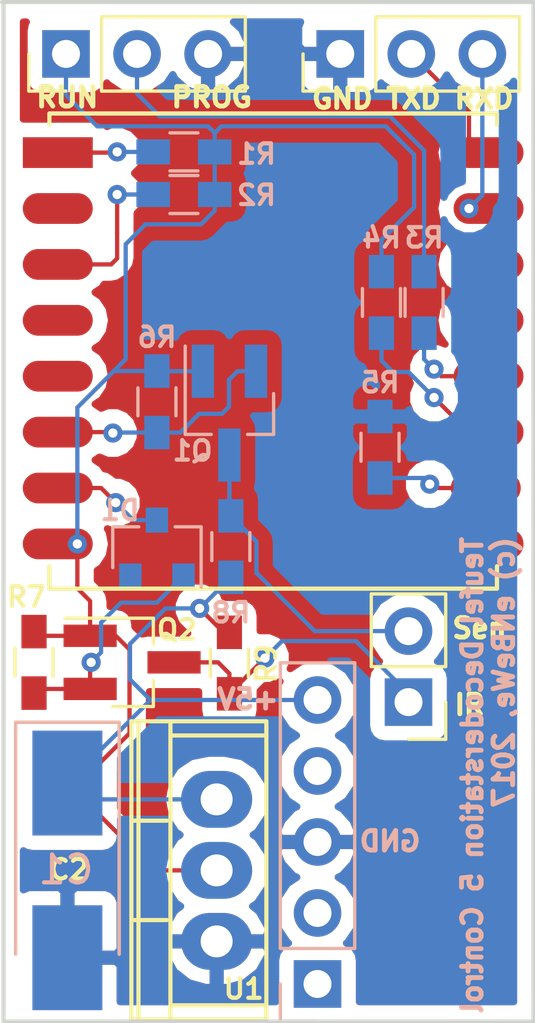
<source format=kicad_pcb>
(kicad_pcb (version 4) (host pcbnew 4.0.7-e2-6376~58~ubuntu16.04.1)

  (general
    (links 38)
    (no_connects 0)
    (area 0 0 0 0)
    (thickness 1.6)
    (drawings 11)
    (tracks 131)
    (zones 0)
    (modules 20)
    (nets 25)
  )

  (page A4)
  (layers
    (0 F.Cu mixed hide)
    (31 B.Cu mixed hide)
    (34 B.Paste user hide)
    (35 F.Paste user hide)
    (36 B.SilkS user)
    (37 F.SilkS user hide)
    (38 B.Mask user hide)
    (39 F.Mask user hide)
    (40 Dwgs.User user)
    (41 Cmts.User user)
    (42 Eco1.User user)
    (43 Eco2.User user)
    (44 Edge.Cuts user)
    (45 Margin user)
  )

  (setup
    (last_trace_width 0.1524)
    (trace_clearance 0.1524)
    (zone_clearance 0.508)
    (zone_45_only yes)
    (trace_min 0.1524)
    (segment_width 0.2)
    (edge_width 0.15)
    (via_size 0.6858)
    (via_drill 0.3302)
    (via_min_size 0.6858)
    (via_min_drill 0.3302)
    (uvia_size 0.762)
    (uvia_drill 0.508)
    (uvias_allowed no)
    (uvia_min_size 0)
    (uvia_min_drill 0)
    (pcb_text_width 0.3)
    (pcb_text_size 0.7 0.7)
    (mod_edge_width 0.15)
    (mod_text_size 0.7 0.7)
    (mod_text_width 0.15)
    (pad_size 1.524 1.524)
    (pad_drill 0.762)
    (pad_to_mask_clearance 0.2)
    (aux_axis_origin 0 0)
    (grid_origin 166.219 116.2558)
    (visible_elements FFFFBD5F)
    (pcbplotparams
      (layerselection 0x00030_80000001)
      (usegerberextensions false)
      (excludeedgelayer true)
      (linewidth 0.100000)
      (plotframeref false)
      (viasonmask false)
      (mode 1)
      (useauxorigin false)
      (hpglpennumber 1)
      (hpglpenspeed 20)
      (hpglpendiameter 15)
      (hpglpenoverlay 2)
      (psnegative false)
      (psa4output false)
      (plotreference true)
      (plotvalue true)
      (plotinvisibletext false)
      (padsonsilk false)
      (subtractmaskfromsilk false)
      (outputformat 1)
      (mirror false)
      (drillshape 1)
      (scaleselection 1)
      (outputdirectory ""))
  )

  (net 0 "")
  (net 1 +5V)
  (net 2 GND)
  (net 3 +3V3)
  (net 4 /IRSend3V3)
  (net 5 "Net-(D1-Pad1)")
  (net 6 "Net-(J1-Pad1)")
  (net 7 "Net-(J1-Pad2)")
  (net 8 "Net-(J1-Pad4)")
  (net 9 /IRSend5V)
  (net 10 /Sense5V)
  (net 11 /TXD)
  (net 12 /RXD)
  (net 13 /PROG/RUN)
  (net 14 /Sense3V3)
  (net 15 "Net-(R1-Pad1)")
  (net 16 "Net-(R2-Pad1)")
  (net 17 "Net-(R3-Pad2)")
  (net 18 "Net-(R4-Pad2)")
  (net 19 "Net-(R5-Pad2)")
  (net 20 "Net-(U2-Pad2)")
  (net 21 "Net-(U2-Pad4)")
  (net 22 "Net-(U2-Pad5)")
  (net 23 "Net-(U2-Pad13)")
  (net 24 "Net-(U2-Pad14)")

  (net_class Default "Dies ist die voreingestellte Netzklasse."
    (clearance 0.1524)
    (trace_width 0.1524)
    (via_dia 0.6858)
    (via_drill 0.3302)
    (uvia_dia 0.762)
    (uvia_drill 0.508)
    (add_net +3V3)
    (add_net +5V)
    (add_net /IRSend3V3)
    (add_net /IRSend5V)
    (add_net /PROG/RUN)
    (add_net /RXD)
    (add_net /Sense3V3)
    (add_net /Sense5V)
    (add_net /TXD)
    (add_net GND)
    (add_net "Net-(D1-Pad1)")
    (add_net "Net-(J1-Pad1)")
    (add_net "Net-(J1-Pad2)")
    (add_net "Net-(J1-Pad4)")
    (add_net "Net-(R1-Pad1)")
    (add_net "Net-(R2-Pad1)")
    (add_net "Net-(R3-Pad2)")
    (add_net "Net-(R4-Pad2)")
    (add_net "Net-(R5-Pad2)")
    (add_net "Net-(U2-Pad13)")
    (add_net "Net-(U2-Pad14)")
    (add_net "Net-(U2-Pad2)")
    (add_net "Net-(U2-Pad4)")
    (add_net "Net-(U2-Pad5)")
  )

  (module Capacitors_Tantalum_SMD:CP_Tantalum_Case-C_EIA-6032-28_Hand (layer B.Cu) (tedit 59B92ABE) (tstamp 59B9059F)
    (at 168.5544 110.8964 270)
    (descr "Tantalum capacitor, Case C, EIA 6032-28, 6.0x3.2x2.5mm, Hand soldering footprint")
    (tags "capacitor tantalum smd")
    (path /59B8DFDA)
    (attr smd)
    (fp_text reference C1 (at -0.0254 0.0494 360) (layer B.SilkS)
      (effects (font (size 1 1) (thickness 0.15)) (justify mirror))
    )
    (fp_text value 10u (at 0 -3.35 270) (layer B.Fab)
      (effects (font (size 1 1) (thickness 0.15)) (justify mirror))
    )
    (fp_text user %R (at 0 0 270) (layer B.Fab)
      (effects (font (size 1 1) (thickness 0.15)) (justify mirror))
    )
    (fp_line (start -5.4 2) (end -5.4 -2) (layer B.CrtYd) (width 0.05))
    (fp_line (start -5.4 -2) (end 5.4 -2) (layer B.CrtYd) (width 0.05))
    (fp_line (start 5.4 -2) (end 5.4 2) (layer B.CrtYd) (width 0.05))
    (fp_line (start 5.4 2) (end -5.4 2) (layer B.CrtYd) (width 0.05))
    (fp_line (start -3 1.6) (end -3 -1.6) (layer B.Fab) (width 0.1))
    (fp_line (start -3 -1.6) (end 3 -1.6) (layer B.Fab) (width 0.1))
    (fp_line (start 3 -1.6) (end 3 1.6) (layer B.Fab) (width 0.1))
    (fp_line (start 3 1.6) (end -3 1.6) (layer B.Fab) (width 0.1))
    (fp_line (start -2.4 1.6) (end -2.4 -1.6) (layer B.Fab) (width 0.1))
    (fp_line (start -2.1 1.6) (end -2.1 -1.6) (layer B.Fab) (width 0.1))
    (fp_line (start -5.3 1.85) (end 3 1.85) (layer B.SilkS) (width 0.12))
    (fp_line (start -5.3 -1.85) (end 3 -1.85) (layer B.SilkS) (width 0.12))
    (fp_line (start -5.3 1.85) (end -5.3 -1.85) (layer B.SilkS) (width 0.12))
    (pad 1 smd rect (at -3.125 0 270) (size 3.75 2.5) (layers B.Cu B.Paste B.Mask)
      (net 1 +5V))
    (pad 2 smd rect (at 3.125 0 270) (size 3.75 2.5) (layers B.Cu B.Paste B.Mask)
      (net 2 GND))
    (model Capacitors_Tantalum_SMD.3dshapes/CP_Tantalum_Case-C_EIA-6032-28.wrl
      (at (xyz 0 0 0))
      (scale (xyz 1 1 1))
      (rotate (xyz 0 0 0))
    )
  )

  (module Capacitors_Tantalum_SMD:CP_Tantalum_Case-C_EIA-6032-28_Hand (layer F.Cu) (tedit 59B9290E) (tstamp 59B905A5)
    (at 168.5544 110.8964 270)
    (descr "Tantalum capacitor, Case C, EIA 6032-28, 6.0x3.2x2.5mm, Hand soldering footprint")
    (tags "capacitor tantalum smd")
    (path /59B8E22F)
    (attr smd)
    (fp_text reference C2 (at -0.0254 -0.0522 360) (layer F.SilkS)
      (effects (font (size 0.7 0.7) (thickness 0.15)))
    )
    (fp_text value 10u (at 0 3.35 270) (layer F.Fab)
      (effects (font (size 1 1) (thickness 0.15)))
    )
    (fp_text user %R (at 0 0 270) (layer F.Fab)
      (effects (font (size 1 1) (thickness 0.15)))
    )
    (fp_line (start -5.4 -2) (end -5.4 2) (layer F.CrtYd) (width 0.05))
    (fp_line (start -5.4 2) (end 5.4 2) (layer F.CrtYd) (width 0.05))
    (fp_line (start 5.4 2) (end 5.4 -2) (layer F.CrtYd) (width 0.05))
    (fp_line (start 5.4 -2) (end -5.4 -2) (layer F.CrtYd) (width 0.05))
    (fp_line (start -3 -1.6) (end -3 1.6) (layer F.Fab) (width 0.1))
    (fp_line (start -3 1.6) (end 3 1.6) (layer F.Fab) (width 0.1))
    (fp_line (start 3 1.6) (end 3 -1.6) (layer F.Fab) (width 0.1))
    (fp_line (start 3 -1.6) (end -3 -1.6) (layer F.Fab) (width 0.1))
    (fp_line (start -2.4 -1.6) (end -2.4 1.6) (layer F.Fab) (width 0.1))
    (fp_line (start -2.1 -1.6) (end -2.1 1.6) (layer F.Fab) (width 0.1))
    (fp_line (start -5.3 -1.85) (end 3 -1.85) (layer F.SilkS) (width 0.12))
    (fp_line (start -5.3 1.85) (end 3 1.85) (layer F.SilkS) (width 0.12))
    (fp_line (start -5.3 -1.85) (end -5.3 1.85) (layer F.SilkS) (width 0.12))
    (pad 1 smd rect (at -3.125 0 270) (size 3.75 2.5) (layers F.Cu F.Paste F.Mask)
      (net 3 +3V3))
    (pad 2 smd rect (at 3.125 0 270) (size 3.75 2.5) (layers F.Cu F.Paste F.Mask)
      (net 2 GND))
    (model Capacitors_Tantalum_SMD.3dshapes/CP_Tantalum_Case-C_EIA-6032-28.wrl
      (at (xyz 0 0 0))
      (scale (xyz 1 1 1))
      (rotate (xyz 0 0 0))
    )
  )

  (module Diodes_SMD:D_SOT-23_ANK (layer B.Cu) (tedit 59B92AFC) (tstamp 59B905AC)
    (at 171.7548 99.3648 90)
    (descr "SOT-23, Single Diode")
    (tags SOT-23)
    (path /59B8EA7A)
    (attr smd)
    (fp_text reference D1 (at 1.3462 -1.3194 180) (layer B.SilkS)
      (effects (font (size 0.7 0.7) (thickness 0.15)) (justify mirror))
    )
    (fp_text value D_Schottky (at 0 -2.5 90) (layer B.Fab)
      (effects (font (size 1 1) (thickness 0.15)) (justify mirror))
    )
    (fp_text user %R (at 0 2.5 90) (layer B.Fab)
      (effects (font (size 1 1) (thickness 0.15)) (justify mirror))
    )
    (fp_line (start -0.15 0.45) (end -0.4 0.45) (layer B.Fab) (width 0.1))
    (fp_line (start -0.15 0.25) (end 0.15 0.45) (layer B.Fab) (width 0.1))
    (fp_line (start -0.15 0.65) (end -0.15 0.25) (layer B.Fab) (width 0.1))
    (fp_line (start 0.15 0.45) (end -0.15 0.65) (layer B.Fab) (width 0.1))
    (fp_line (start 0.15 0.45) (end 0.4 0.45) (layer B.Fab) (width 0.1))
    (fp_line (start 0.15 0.65) (end 0.15 0.25) (layer B.Fab) (width 0.1))
    (fp_line (start 0.76 -1.58) (end 0.76 -0.65) (layer B.SilkS) (width 0.12))
    (fp_line (start 0.76 1.58) (end 0.76 0.65) (layer B.SilkS) (width 0.12))
    (fp_line (start 0.7 1.52) (end 0.7 -1.52) (layer B.Fab) (width 0.1))
    (fp_line (start -0.7 -1.52) (end 0.7 -1.52) (layer B.Fab) (width 0.1))
    (fp_line (start -1.7 1.75) (end 1.7 1.75) (layer B.CrtYd) (width 0.05))
    (fp_line (start 1.7 1.75) (end 1.7 -1.75) (layer B.CrtYd) (width 0.05))
    (fp_line (start 1.7 -1.75) (end -1.7 -1.75) (layer B.CrtYd) (width 0.05))
    (fp_line (start -1.7 -1.75) (end -1.7 1.75) (layer B.CrtYd) (width 0.05))
    (fp_line (start 0.76 1.58) (end -1.4 1.58) (layer B.SilkS) (width 0.12))
    (fp_line (start -0.7 1.52) (end 0.7 1.52) (layer B.Fab) (width 0.1))
    (fp_line (start -0.7 1.52) (end -0.7 -1.52) (layer B.Fab) (width 0.1))
    (fp_line (start 0.76 -1.58) (end -0.7 -1.58) (layer B.SilkS) (width 0.12))
    (pad 2 smd rect (at -1 0.95 90) (size 0.9 0.8) (layers B.Cu B.Paste B.Mask)
      (net 4 /IRSend3V3))
    (pad "" smd rect (at -1 -0.95 90) (size 0.9 0.8) (layers B.Cu B.Paste B.Mask))
    (pad 1 smd rect (at 1 0 90) (size 0.9 0.8) (layers B.Cu B.Paste B.Mask)
      (net 5 "Net-(D1-Pad1)"))
    (model ${KISYS3DMOD}/Diodes_SMD.3dshapes/D_SOT-23.wrl
      (at (xyz 0 0 0))
      (scale (xyz 1 1 1))
      (rotate (xyz 0 0 0))
    )
  )

  (module Pin_Headers:Pin_Header_Straight_1x05_Pitch2.54mm (layer B.Cu) (tedit 59B92B34) (tstamp 59B905B5)
    (at 177.4952 114.9604)
    (descr "Through hole straight pin header, 1x05, 2.54mm pitch, single row")
    (tags "Through hole pin header THT 1x05 2.54mm single row")
    (path /59B8E399)
    (fp_text reference J1 (at 0 2.33) (layer B.SilkS) hide
      (effects (font (size 1 1) (thickness 0.15)) (justify mirror))
    )
    (fp_text value Conn_01x05 (at 0 -12.49) (layer B.Fab)
      (effects (font (size 1 1) (thickness 0.15)) (justify mirror))
    )
    (fp_line (start -0.635 1.27) (end 1.27 1.27) (layer B.Fab) (width 0.1))
    (fp_line (start 1.27 1.27) (end 1.27 -11.43) (layer B.Fab) (width 0.1))
    (fp_line (start 1.27 -11.43) (end -1.27 -11.43) (layer B.Fab) (width 0.1))
    (fp_line (start -1.27 -11.43) (end -1.27 0.635) (layer B.Fab) (width 0.1))
    (fp_line (start -1.27 0.635) (end -0.635 1.27) (layer B.Fab) (width 0.1))
    (fp_line (start -1.33 -11.49) (end 1.33 -11.49) (layer B.SilkS) (width 0.12))
    (fp_line (start -1.33 -1.27) (end -1.33 -11.49) (layer B.SilkS) (width 0.12))
    (fp_line (start 1.33 -1.27) (end 1.33 -11.49) (layer B.SilkS) (width 0.12))
    (fp_line (start -1.33 -1.27) (end 1.33 -1.27) (layer B.SilkS) (width 0.12))
    (fp_line (start -1.33 0) (end -1.33 1.33) (layer B.SilkS) (width 0.12))
    (fp_line (start -1.33 1.33) (end 0 1.33) (layer B.SilkS) (width 0.12))
    (fp_line (start -1.8 1.8) (end -1.8 -11.95) (layer B.CrtYd) (width 0.05))
    (fp_line (start -1.8 -11.95) (end 1.8 -11.95) (layer B.CrtYd) (width 0.05))
    (fp_line (start 1.8 -11.95) (end 1.8 1.8) (layer B.CrtYd) (width 0.05))
    (fp_line (start 1.8 1.8) (end -1.8 1.8) (layer B.CrtYd) (width 0.05))
    (fp_text user %R (at 0 -5.08 270) (layer B.Fab)
      (effects (font (size 1 1) (thickness 0.15)) (justify mirror))
    )
    (pad 1 thru_hole rect (at 0 0) (size 1.7 1.7) (drill 1) (layers *.Cu *.Mask)
      (net 6 "Net-(J1-Pad1)"))
    (pad 2 thru_hole oval (at 0 -2.54) (size 1.7 1.7) (drill 1) (layers *.Cu *.Mask)
      (net 7 "Net-(J1-Pad2)"))
    (pad 3 thru_hole oval (at 0 -5.08) (size 1.7 1.7) (drill 1) (layers *.Cu *.Mask)
      (net 2 GND))
    (pad 4 thru_hole oval (at 0 -7.62) (size 1.7 1.7) (drill 1) (layers *.Cu *.Mask)
      (net 8 "Net-(J1-Pad4)"))
    (pad 5 thru_hole oval (at 0 -10.16) (size 1.7 1.7) (drill 1) (layers *.Cu *.Mask)
      (net 1 +5V))
    (model ${KISYS3DMOD}/Pin_Headers.3dshapes/Pin_Header_Straight_1x05_Pitch2.54mm.wrl
      (at (xyz 0 0 0))
      (scale (xyz 1 1 1))
      (rotate (xyz 0 0 0))
    )
  )

  (module Pin_Headers:Pin_Header_Straight_1x02_Pitch2.54mm (layer F.Cu) (tedit 59B9276A) (tstamp 59B905BB)
    (at 180.7478 104.8766 180)
    (descr "Through hole straight pin header, 1x02, 2.54mm pitch, single row")
    (tags "Through hole pin header THT 1x02 2.54mm single row")
    (path /59B8EB7B)
    (fp_text reference J2 (at 0 -2.33 180) (layer F.SilkS) hide
      (effects (font (size 1 1) (thickness 0.15)))
    )
    (fp_text value Conn_01x02 (at 0 4.87 180) (layer F.Fab)
      (effects (font (size 1 1) (thickness 0.15)))
    )
    (fp_line (start -0.635 -1.27) (end 1.27 -1.27) (layer F.Fab) (width 0.1))
    (fp_line (start 1.27 -1.27) (end 1.27 3.81) (layer F.Fab) (width 0.1))
    (fp_line (start 1.27 3.81) (end -1.27 3.81) (layer F.Fab) (width 0.1))
    (fp_line (start -1.27 3.81) (end -1.27 -0.635) (layer F.Fab) (width 0.1))
    (fp_line (start -1.27 -0.635) (end -0.635 -1.27) (layer F.Fab) (width 0.1))
    (fp_line (start -1.33 3.87) (end 1.33 3.87) (layer F.SilkS) (width 0.12))
    (fp_line (start -1.33 1.27) (end -1.33 3.87) (layer F.SilkS) (width 0.12))
    (fp_line (start 1.33 1.27) (end 1.33 3.87) (layer F.SilkS) (width 0.12))
    (fp_line (start -1.33 1.27) (end 1.33 1.27) (layer F.SilkS) (width 0.12))
    (fp_line (start -1.33 0) (end -1.33 -1.33) (layer F.SilkS) (width 0.12))
    (fp_line (start -1.33 -1.33) (end 0 -1.33) (layer F.SilkS) (width 0.12))
    (fp_line (start -1.8 -1.8) (end -1.8 4.35) (layer F.CrtYd) (width 0.05))
    (fp_line (start -1.8 4.35) (end 1.8 4.35) (layer F.CrtYd) (width 0.05))
    (fp_line (start 1.8 4.35) (end 1.8 -1.8) (layer F.CrtYd) (width 0.05))
    (fp_line (start 1.8 -1.8) (end -1.8 -1.8) (layer F.CrtYd) (width 0.05))
    (fp_text user %R (at 0 1.27 270) (layer F.Fab)
      (effects (font (size 1 1) (thickness 0.15)))
    )
    (pad 1 thru_hole rect (at 0 0 180) (size 1.7 1.7) (drill 1) (layers *.Cu *.Mask)
      (net 9 /IRSend5V))
    (pad 2 thru_hole oval (at 0 2.54 180) (size 1.7 1.7) (drill 1) (layers *.Cu *.Mask)
      (net 10 /Sense5V))
    (model ${KISYS3DMOD}/Pin_Headers.3dshapes/Pin_Header_Straight_1x02_Pitch2.54mm.wrl
      (at (xyz 0 0 0))
      (scale (xyz 1 1 1))
      (rotate (xyz 0 0 0))
    )
  )

  (module Pin_Headers:Pin_Header_Straight_1x03_Pitch2.54mm (layer F.Cu) (tedit 59B9296C) (tstamp 59B905C2)
    (at 178.308 81.6864 90)
    (descr "Through hole straight pin header, 1x03, 2.54mm pitch, single row")
    (tags "Through hole pin header THT 1x03 2.54mm single row")
    (path /59B8EC26)
    (fp_text reference J3 (at 0 -2.33 90) (layer F.SilkS) hide
      (effects (font (size 1 1) (thickness 0.15)))
    )
    (fp_text value Conn_01x03 (at 0 7.41 90) (layer F.Fab)
      (effects (font (size 1 1) (thickness 0.15)))
    )
    (fp_line (start -0.635 -1.27) (end 1.27 -1.27) (layer F.Fab) (width 0.1))
    (fp_line (start 1.27 -1.27) (end 1.27 6.35) (layer F.Fab) (width 0.1))
    (fp_line (start 1.27 6.35) (end -1.27 6.35) (layer F.Fab) (width 0.1))
    (fp_line (start -1.27 6.35) (end -1.27 -0.635) (layer F.Fab) (width 0.1))
    (fp_line (start -1.27 -0.635) (end -0.635 -1.27) (layer F.Fab) (width 0.1))
    (fp_line (start -1.33 6.41) (end 1.33 6.41) (layer F.SilkS) (width 0.12))
    (fp_line (start -1.33 1.27) (end -1.33 6.41) (layer F.SilkS) (width 0.12))
    (fp_line (start 1.33 1.27) (end 1.33 6.41) (layer F.SilkS) (width 0.12))
    (fp_line (start -1.33 1.27) (end 1.33 1.27) (layer F.SilkS) (width 0.12))
    (fp_line (start -1.33 0) (end -1.33 -1.33) (layer F.SilkS) (width 0.12))
    (fp_line (start -1.33 -1.33) (end 0 -1.33) (layer F.SilkS) (width 0.12))
    (fp_line (start -1.8 -1.8) (end -1.8 6.85) (layer F.CrtYd) (width 0.05))
    (fp_line (start -1.8 6.85) (end 1.8 6.85) (layer F.CrtYd) (width 0.05))
    (fp_line (start 1.8 6.85) (end 1.8 -1.8) (layer F.CrtYd) (width 0.05))
    (fp_line (start 1.8 -1.8) (end -1.8 -1.8) (layer F.CrtYd) (width 0.05))
    (fp_text user %R (at 0 2.54 180) (layer F.Fab)
      (effects (font (size 1 1) (thickness 0.15)))
    )
    (pad 1 thru_hole rect (at 0 0 90) (size 1.7 1.7) (drill 1) (layers *.Cu *.Mask)
      (net 2 GND))
    (pad 2 thru_hole oval (at 0 2.54 90) (size 1.7 1.7) (drill 1) (layers *.Cu *.Mask)
      (net 11 /TXD))
    (pad 3 thru_hole oval (at 0 5.08 90) (size 1.7 1.7) (drill 1) (layers *.Cu *.Mask)
      (net 12 /RXD))
    (model ${KISYS3DMOD}/Pin_Headers.3dshapes/Pin_Header_Straight_1x03_Pitch2.54mm.wrl
      (at (xyz 0 0 0))
      (scale (xyz 1 1 1))
      (rotate (xyz 0 0 0))
    )
  )

  (module Pin_Headers:Pin_Header_Straight_1x03_Pitch2.54mm (layer F.Cu) (tedit 59B92979) (tstamp 59B905C9)
    (at 168.5036 81.6864 90)
    (descr "Through hole straight pin header, 1x03, 2.54mm pitch, single row")
    (tags "Through hole pin header THT 1x03 2.54mm single row")
    (path /59B8ECA0)
    (fp_text reference J4 (at 0 -2.33 90) (layer F.SilkS) hide
      (effects (font (size 1 1) (thickness 0.15)))
    )
    (fp_text value Conn_01x03 (at 0 7.41 90) (layer F.Fab)
      (effects (font (size 1 1) (thickness 0.15)))
    )
    (fp_line (start -0.635 -1.27) (end 1.27 -1.27) (layer F.Fab) (width 0.1))
    (fp_line (start 1.27 -1.27) (end 1.27 6.35) (layer F.Fab) (width 0.1))
    (fp_line (start 1.27 6.35) (end -1.27 6.35) (layer F.Fab) (width 0.1))
    (fp_line (start -1.27 6.35) (end -1.27 -0.635) (layer F.Fab) (width 0.1))
    (fp_line (start -1.27 -0.635) (end -0.635 -1.27) (layer F.Fab) (width 0.1))
    (fp_line (start -1.33 6.41) (end 1.33 6.41) (layer F.SilkS) (width 0.12))
    (fp_line (start -1.33 1.27) (end -1.33 6.41) (layer F.SilkS) (width 0.12))
    (fp_line (start 1.33 1.27) (end 1.33 6.41) (layer F.SilkS) (width 0.12))
    (fp_line (start -1.33 1.27) (end 1.33 1.27) (layer F.SilkS) (width 0.12))
    (fp_line (start -1.33 0) (end -1.33 -1.33) (layer F.SilkS) (width 0.12))
    (fp_line (start -1.33 -1.33) (end 0 -1.33) (layer F.SilkS) (width 0.12))
    (fp_line (start -1.8 -1.8) (end -1.8 6.85) (layer F.CrtYd) (width 0.05))
    (fp_line (start -1.8 6.85) (end 1.8 6.85) (layer F.CrtYd) (width 0.05))
    (fp_line (start 1.8 6.85) (end 1.8 -1.8) (layer F.CrtYd) (width 0.05))
    (fp_line (start 1.8 -1.8) (end -1.8 -1.8) (layer F.CrtYd) (width 0.05))
    (fp_text user %R (at 0 2.54 180) (layer F.Fab)
      (effects (font (size 1 1) (thickness 0.15)))
    )
    (pad 1 thru_hole rect (at 0 0 90) (size 1.7 1.7) (drill 1) (layers *.Cu *.Mask)
      (net 3 +3V3))
    (pad 2 thru_hole oval (at 0 2.54 90) (size 1.7 1.7) (drill 1) (layers *.Cu *.Mask)
      (net 13 /PROG/RUN))
    (pad 3 thru_hole oval (at 0 5.08 90) (size 1.7 1.7) (drill 1) (layers *.Cu *.Mask)
      (net 2 GND))
    (model ${KISYS3DMOD}/Pin_Headers.3dshapes/Pin_Header_Straight_1x03_Pitch2.54mm.wrl
      (at (xyz 0 0 0))
      (scale (xyz 1 1 1))
      (rotate (xyz 0 0 0))
    )
  )

  (module TO_SOT_Packages_SMD:SOT-23_Handsoldering (layer B.Cu) (tedit 59B92B0E) (tstamp 59B905D0)
    (at 174.3456 94.5388 270)
    (descr "SOT-23, Handsoldering")
    (tags SOT-23)
    (path /59B91549)
    (attr smd)
    (fp_text reference Q1 (at 1.3462 1.3194 360) (layer B.SilkS)
      (effects (font (size 0.7 0.7) (thickness 0.15)) (justify mirror))
    )
    (fp_text value BSS138 (at 0 -2.5 270) (layer B.Fab)
      (effects (font (size 1 1) (thickness 0.15)) (justify mirror))
    )
    (fp_text user %R (at 0 0 540) (layer B.Fab)
      (effects (font (size 0.5 0.5) (thickness 0.075)) (justify mirror))
    )
    (fp_line (start 0.76 -1.58) (end 0.76 -0.65) (layer B.SilkS) (width 0.12))
    (fp_line (start 0.76 1.58) (end 0.76 0.65) (layer B.SilkS) (width 0.12))
    (fp_line (start -2.7 1.75) (end 2.7 1.75) (layer B.CrtYd) (width 0.05))
    (fp_line (start 2.7 1.75) (end 2.7 -1.75) (layer B.CrtYd) (width 0.05))
    (fp_line (start 2.7 -1.75) (end -2.7 -1.75) (layer B.CrtYd) (width 0.05))
    (fp_line (start -2.7 -1.75) (end -2.7 1.75) (layer B.CrtYd) (width 0.05))
    (fp_line (start 0.76 1.58) (end -2.4 1.58) (layer B.SilkS) (width 0.12))
    (fp_line (start -0.7 0.95) (end -0.7 -1.5) (layer B.Fab) (width 0.1))
    (fp_line (start -0.15 1.52) (end 0.7 1.52) (layer B.Fab) (width 0.1))
    (fp_line (start -0.7 0.95) (end -0.15 1.52) (layer B.Fab) (width 0.1))
    (fp_line (start 0.7 1.52) (end 0.7 -1.52) (layer B.Fab) (width 0.1))
    (fp_line (start -0.7 -1.52) (end 0.7 -1.52) (layer B.Fab) (width 0.1))
    (fp_line (start 0.76 -1.58) (end -0.7 -1.58) (layer B.SilkS) (width 0.12))
    (pad 1 smd rect (at -1.5 0.95 270) (size 1.9 0.8) (layers B.Cu B.Paste B.Mask)
      (net 3 +3V3))
    (pad 2 smd rect (at -1.5 -0.95 270) (size 1.9 0.8) (layers B.Cu B.Paste B.Mask)
      (net 14 /Sense3V3))
    (pad 3 smd rect (at 1.5 0 270) (size 1.9 0.8) (layers B.Cu B.Paste B.Mask)
      (net 10 /Sense5V))
    (model ${KISYS3DMOD}/TO_SOT_Packages_SMD.3dshapes\SOT-23.wrl
      (at (xyz 0 0 0))
      (scale (xyz 1 1 1))
      (rotate (xyz 0 0 0))
    )
  )

  (module TO_SOT_Packages_SMD:SOT-23_Handsoldering (layer F.Cu) (tedit 59B928DF) (tstamp 59B905D7)
    (at 170.8658 103.4542)
    (descr "SOT-23, Handsoldering")
    (tags SOT-23)
    (path /59B90A53)
    (attr smd)
    (fp_text reference Q2 (at 1.6016 -1.1684) (layer F.SilkS)
      (effects (font (size 0.7 0.7) (thickness 0.15)))
    )
    (fp_text value BSS138 (at 0 2.5) (layer F.Fab)
      (effects (font (size 1 1) (thickness 0.15)))
    )
    (fp_text user %R (at 0 0 90) (layer F.Fab)
      (effects (font (size 0.5 0.5) (thickness 0.075)))
    )
    (fp_line (start 0.76 1.58) (end 0.76 0.65) (layer F.SilkS) (width 0.12))
    (fp_line (start 0.76 -1.58) (end 0.76 -0.65) (layer F.SilkS) (width 0.12))
    (fp_line (start -2.7 -1.75) (end 2.7 -1.75) (layer F.CrtYd) (width 0.05))
    (fp_line (start 2.7 -1.75) (end 2.7 1.75) (layer F.CrtYd) (width 0.05))
    (fp_line (start 2.7 1.75) (end -2.7 1.75) (layer F.CrtYd) (width 0.05))
    (fp_line (start -2.7 1.75) (end -2.7 -1.75) (layer F.CrtYd) (width 0.05))
    (fp_line (start 0.76 -1.58) (end -2.4 -1.58) (layer F.SilkS) (width 0.12))
    (fp_line (start -0.7 -0.95) (end -0.7 1.5) (layer F.Fab) (width 0.1))
    (fp_line (start -0.15 -1.52) (end 0.7 -1.52) (layer F.Fab) (width 0.1))
    (fp_line (start -0.7 -0.95) (end -0.15 -1.52) (layer F.Fab) (width 0.1))
    (fp_line (start 0.7 -1.52) (end 0.7 1.52) (layer F.Fab) (width 0.1))
    (fp_line (start -0.7 1.52) (end 0.7 1.52) (layer F.Fab) (width 0.1))
    (fp_line (start 0.76 1.58) (end -0.7 1.58) (layer F.SilkS) (width 0.12))
    (pad 1 smd rect (at -1.5 -0.95) (size 1.9 0.8) (layers F.Cu F.Paste F.Mask)
      (net 3 +3V3))
    (pad 2 smd rect (at -1.5 0.95) (size 1.9 0.8) (layers F.Cu F.Paste F.Mask)
      (net 4 /IRSend3V3))
    (pad 3 smd rect (at 1.5 0) (size 1.9 0.8) (layers F.Cu F.Paste F.Mask)
      (net 9 /IRSend5V))
    (model ${KISYS3DMOD}/TO_SOT_Packages_SMD.3dshapes\SOT-23.wrl
      (at (xyz 0 0 0))
      (scale (xyz 1 1 1))
      (rotate (xyz 0 0 0))
    )
  )

  (module Resistors_SMD:R_0603_HandSoldering (layer B.Cu) (tedit 59B92A65) (tstamp 59B905DD)
    (at 172.72 85.1916)
    (descr "Resistor SMD 0603, hand soldering")
    (tags "resistor 0603")
    (path /59B8DF8D)
    (attr smd)
    (fp_text reference R1 (at 2.5922 0.0762) (layer B.SilkS)
      (effects (font (size 0.7 0.7) (thickness 0.15)) (justify mirror))
    )
    (fp_text value 10K (at 0 -1.55) (layer B.Fab)
      (effects (font (size 1 1) (thickness 0.15)) (justify mirror))
    )
    (fp_text user %R (at 0 0) (layer B.Fab)
      (effects (font (size 0.4 0.4) (thickness 0.075)) (justify mirror))
    )
    (fp_line (start -0.8 -0.4) (end -0.8 0.4) (layer B.Fab) (width 0.1))
    (fp_line (start 0.8 -0.4) (end -0.8 -0.4) (layer B.Fab) (width 0.1))
    (fp_line (start 0.8 0.4) (end 0.8 -0.4) (layer B.Fab) (width 0.1))
    (fp_line (start -0.8 0.4) (end 0.8 0.4) (layer B.Fab) (width 0.1))
    (fp_line (start 0.5 -0.68) (end -0.5 -0.68) (layer B.SilkS) (width 0.12))
    (fp_line (start -0.5 0.68) (end 0.5 0.68) (layer B.SilkS) (width 0.12))
    (fp_line (start -1.96 0.7) (end 1.95 0.7) (layer B.CrtYd) (width 0.05))
    (fp_line (start -1.96 0.7) (end -1.96 -0.7) (layer B.CrtYd) (width 0.05))
    (fp_line (start 1.95 -0.7) (end 1.95 0.7) (layer B.CrtYd) (width 0.05))
    (fp_line (start 1.95 -0.7) (end -1.96 -0.7) (layer B.CrtYd) (width 0.05))
    (pad 1 smd rect (at -1.1 0) (size 1.2 0.9) (layers B.Cu B.Paste B.Mask)
      (net 15 "Net-(R1-Pad1)"))
    (pad 2 smd rect (at 1.1 0) (size 1.2 0.9) (layers B.Cu B.Paste B.Mask)
      (net 3 +3V3))
    (model ${KISYS3DMOD}/Resistors_SMD.3dshapes/R_0603.wrl
      (at (xyz 0 0 0))
      (scale (xyz 1 1 1))
      (rotate (xyz 0 0 0))
    )
  )

  (module Resistors_SMD:R_0603_HandSoldering (layer B.Cu) (tedit 59B92A62) (tstamp 59B905E3)
    (at 172.72 86.7156)
    (descr "Resistor SMD 0603, hand soldering")
    (tags "resistor 0603")
    (path /59B8F195)
    (attr smd)
    (fp_text reference R2 (at 2.5922 0.0254) (layer B.SilkS)
      (effects (font (size 0.7 0.7) (thickness 0.15)) (justify mirror))
    )
    (fp_text value 10K (at 0 -1.55) (layer B.Fab)
      (effects (font (size 1 1) (thickness 0.15)) (justify mirror))
    )
    (fp_text user %R (at 0 0) (layer B.Fab)
      (effects (font (size 0.4 0.4) (thickness 0.075)) (justify mirror))
    )
    (fp_line (start -0.8 -0.4) (end -0.8 0.4) (layer B.Fab) (width 0.1))
    (fp_line (start 0.8 -0.4) (end -0.8 -0.4) (layer B.Fab) (width 0.1))
    (fp_line (start 0.8 0.4) (end 0.8 -0.4) (layer B.Fab) (width 0.1))
    (fp_line (start -0.8 0.4) (end 0.8 0.4) (layer B.Fab) (width 0.1))
    (fp_line (start 0.5 -0.68) (end -0.5 -0.68) (layer B.SilkS) (width 0.12))
    (fp_line (start -0.5 0.68) (end 0.5 0.68) (layer B.SilkS) (width 0.12))
    (fp_line (start -1.96 0.7) (end 1.95 0.7) (layer B.CrtYd) (width 0.05))
    (fp_line (start -1.96 0.7) (end -1.96 -0.7) (layer B.CrtYd) (width 0.05))
    (fp_line (start 1.95 -0.7) (end 1.95 0.7) (layer B.CrtYd) (width 0.05))
    (fp_line (start 1.95 -0.7) (end -1.96 -0.7) (layer B.CrtYd) (width 0.05))
    (pad 1 smd rect (at -1.1 0) (size 1.2 0.9) (layers B.Cu B.Paste B.Mask)
      (net 16 "Net-(R2-Pad1)"))
    (pad 2 smd rect (at 1.1 0) (size 1.2 0.9) (layers B.Cu B.Paste B.Mask)
      (net 3 +3V3))
    (model ${KISYS3DMOD}/Resistors_SMD.3dshapes/R_0603.wrl
      (at (xyz 0 0 0))
      (scale (xyz 1 1 1))
      (rotate (xyz 0 0 0))
    )
  )

  (module Resistors_SMD:R_0603_HandSoldering (layer B.Cu) (tedit 59B92AAE) (tstamp 59B905E9)
    (at 181.3052 90.5764 270)
    (descr "Resistor SMD 0603, hand soldering")
    (tags "resistor 0603")
    (path /59B8F2E9)
    (attr smd)
    (fp_text reference R3 (at -2.3114 -0.0014 360) (layer B.SilkS)
      (effects (font (size 0.7 0.7) (thickness 0.15)) (justify mirror))
    )
    (fp_text value 10K (at 0 -1.55 270) (layer B.Fab)
      (effects (font (size 1 1) (thickness 0.15)) (justify mirror))
    )
    (fp_text user %R (at 0 0 270) (layer B.Fab)
      (effects (font (size 0.4 0.4) (thickness 0.075)) (justify mirror))
    )
    (fp_line (start -0.8 -0.4) (end -0.8 0.4) (layer B.Fab) (width 0.1))
    (fp_line (start 0.8 -0.4) (end -0.8 -0.4) (layer B.Fab) (width 0.1))
    (fp_line (start 0.8 0.4) (end 0.8 -0.4) (layer B.Fab) (width 0.1))
    (fp_line (start -0.8 0.4) (end 0.8 0.4) (layer B.Fab) (width 0.1))
    (fp_line (start 0.5 -0.68) (end -0.5 -0.68) (layer B.SilkS) (width 0.12))
    (fp_line (start -0.5 0.68) (end 0.5 0.68) (layer B.SilkS) (width 0.12))
    (fp_line (start -1.96 0.7) (end 1.95 0.7) (layer B.CrtYd) (width 0.05))
    (fp_line (start -1.96 0.7) (end -1.96 -0.7) (layer B.CrtYd) (width 0.05))
    (fp_line (start 1.95 -0.7) (end 1.95 0.7) (layer B.CrtYd) (width 0.05))
    (fp_line (start 1.95 -0.7) (end -1.96 -0.7) (layer B.CrtYd) (width 0.05))
    (pad 1 smd rect (at -1.1 0 270) (size 1.2 0.9) (layers B.Cu B.Paste B.Mask)
      (net 13 /PROG/RUN))
    (pad 2 smd rect (at 1.1 0 270) (size 1.2 0.9) (layers B.Cu B.Paste B.Mask)
      (net 17 "Net-(R3-Pad2)"))
    (model ${KISYS3DMOD}/Resistors_SMD.3dshapes/R_0603.wrl
      (at (xyz 0 0 0))
      (scale (xyz 1 1 1))
      (rotate (xyz 0 0 0))
    )
  )

  (module Resistors_SMD:R_0603_HandSoldering (layer B.Cu) (tedit 59B92AAC) (tstamp 59B905EF)
    (at 179.7812 90.5764 270)
    (descr "Resistor SMD 0603, hand soldering")
    (tags "resistor 0603")
    (path /59B8F690)
    (attr smd)
    (fp_text reference R4 (at -2.3114 -0.0014 360) (layer B.SilkS)
      (effects (font (size 0.7 0.7) (thickness 0.15)) (justify mirror))
    )
    (fp_text value 10K (at 0 -1.55 270) (layer B.Fab)
      (effects (font (size 1 1) (thickness 0.15)) (justify mirror))
    )
    (fp_text user %R (at 0 0 270) (layer B.Fab)
      (effects (font (size 0.4 0.4) (thickness 0.075)) (justify mirror))
    )
    (fp_line (start -0.8 -0.4) (end -0.8 0.4) (layer B.Fab) (width 0.1))
    (fp_line (start 0.8 -0.4) (end -0.8 -0.4) (layer B.Fab) (width 0.1))
    (fp_line (start 0.8 0.4) (end 0.8 -0.4) (layer B.Fab) (width 0.1))
    (fp_line (start -0.8 0.4) (end 0.8 0.4) (layer B.Fab) (width 0.1))
    (fp_line (start 0.5 -0.68) (end -0.5 -0.68) (layer B.SilkS) (width 0.12))
    (fp_line (start -0.5 0.68) (end 0.5 0.68) (layer B.SilkS) (width 0.12))
    (fp_line (start -1.96 0.7) (end 1.95 0.7) (layer B.CrtYd) (width 0.05))
    (fp_line (start -1.96 0.7) (end -1.96 -0.7) (layer B.CrtYd) (width 0.05))
    (fp_line (start 1.95 -0.7) (end 1.95 0.7) (layer B.CrtYd) (width 0.05))
    (fp_line (start 1.95 -0.7) (end -1.96 -0.7) (layer B.CrtYd) (width 0.05))
    (pad 1 smd rect (at -1.1 0 270) (size 1.2 0.9) (layers B.Cu B.Paste B.Mask)
      (net 3 +3V3))
    (pad 2 smd rect (at 1.1 0 270) (size 1.2 0.9) (layers B.Cu B.Paste B.Mask)
      (net 18 "Net-(R4-Pad2)"))
    (model ${KISYS3DMOD}/Resistors_SMD.3dshapes/R_0603.wrl
      (at (xyz 0 0 0))
      (scale (xyz 1 1 1))
      (rotate (xyz 0 0 0))
    )
  )

  (module Resistors_SMD:R_0603_HandSoldering (layer B.Cu) (tedit 59B92AB3) (tstamp 59B905F5)
    (at 179.7304 95.758 270)
    (descr "Resistor SMD 0603, hand soldering")
    (tags "resistor 0603")
    (path /59B8F3DC)
    (attr smd)
    (fp_text reference R5 (at -2.3114 -0.0014 360) (layer B.SilkS)
      (effects (font (size 0.7 0.7) (thickness 0.15)) (justify mirror))
    )
    (fp_text value 10K (at 0 -1.55 270) (layer B.Fab)
      (effects (font (size 1 1) (thickness 0.15)) (justify mirror))
    )
    (fp_text user %R (at 0 0 270) (layer B.Fab)
      (effects (font (size 0.4 0.4) (thickness 0.075)) (justify mirror))
    )
    (fp_line (start -0.8 -0.4) (end -0.8 0.4) (layer B.Fab) (width 0.1))
    (fp_line (start 0.8 -0.4) (end -0.8 -0.4) (layer B.Fab) (width 0.1))
    (fp_line (start 0.8 0.4) (end 0.8 -0.4) (layer B.Fab) (width 0.1))
    (fp_line (start -0.8 0.4) (end 0.8 0.4) (layer B.Fab) (width 0.1))
    (fp_line (start 0.5 -0.68) (end -0.5 -0.68) (layer B.SilkS) (width 0.12))
    (fp_line (start -0.5 0.68) (end 0.5 0.68) (layer B.SilkS) (width 0.12))
    (fp_line (start -1.96 0.7) (end 1.95 0.7) (layer B.CrtYd) (width 0.05))
    (fp_line (start -1.96 0.7) (end -1.96 -0.7) (layer B.CrtYd) (width 0.05))
    (fp_line (start 1.95 -0.7) (end 1.95 0.7) (layer B.CrtYd) (width 0.05))
    (fp_line (start 1.95 -0.7) (end -1.96 -0.7) (layer B.CrtYd) (width 0.05))
    (pad 1 smd rect (at -1.1 0 270) (size 1.2 0.9) (layers B.Cu B.Paste B.Mask)
      (net 2 GND))
    (pad 2 smd rect (at 1.1 0 270) (size 1.2 0.9) (layers B.Cu B.Paste B.Mask)
      (net 19 "Net-(R5-Pad2)"))
    (model ${KISYS3DMOD}/Resistors_SMD.3dshapes/R_0603.wrl
      (at (xyz 0 0 0))
      (scale (xyz 1 1 1))
      (rotate (xyz 0 0 0))
    )
  )

  (module Resistors_SMD:R_0603_HandSoldering (layer B.Cu) (tedit 59B92B20) (tstamp 59B905FB)
    (at 171.7548 94.1324 90)
    (descr "Resistor SMD 0603, hand soldering")
    (tags "resistor 0603")
    (path /59B9154F)
    (attr smd)
    (fp_text reference R6 (at 2.3114 0.0014 180) (layer B.SilkS)
      (effects (font (size 0.7 0.7) (thickness 0.15)) (justify mirror))
    )
    (fp_text value 10K (at 0 -1.55 90) (layer B.Fab)
      (effects (font (size 1 1) (thickness 0.15)) (justify mirror))
    )
    (fp_text user %R (at 0 0 90) (layer B.Fab)
      (effects (font (size 0.4 0.4) (thickness 0.075)) (justify mirror))
    )
    (fp_line (start -0.8 -0.4) (end -0.8 0.4) (layer B.Fab) (width 0.1))
    (fp_line (start 0.8 -0.4) (end -0.8 -0.4) (layer B.Fab) (width 0.1))
    (fp_line (start 0.8 0.4) (end 0.8 -0.4) (layer B.Fab) (width 0.1))
    (fp_line (start -0.8 0.4) (end 0.8 0.4) (layer B.Fab) (width 0.1))
    (fp_line (start 0.5 -0.68) (end -0.5 -0.68) (layer B.SilkS) (width 0.12))
    (fp_line (start -0.5 0.68) (end 0.5 0.68) (layer B.SilkS) (width 0.12))
    (fp_line (start -1.96 0.7) (end 1.95 0.7) (layer B.CrtYd) (width 0.05))
    (fp_line (start -1.96 0.7) (end -1.96 -0.7) (layer B.CrtYd) (width 0.05))
    (fp_line (start 1.95 -0.7) (end 1.95 0.7) (layer B.CrtYd) (width 0.05))
    (fp_line (start 1.95 -0.7) (end -1.96 -0.7) (layer B.CrtYd) (width 0.05))
    (pad 1 smd rect (at -1.1 0 90) (size 1.2 0.9) (layers B.Cu B.Paste B.Mask)
      (net 14 /Sense3V3))
    (pad 2 smd rect (at 1.1 0 90) (size 1.2 0.9) (layers B.Cu B.Paste B.Mask)
      (net 3 +3V3))
    (model ${KISYS3DMOD}/Resistors_SMD.3dshapes/R_0603.wrl
      (at (xyz 0 0 0))
      (scale (xyz 1 1 1))
      (rotate (xyz 0 0 0))
    )
  )

  (module Resistors_SMD:R_0603_HandSoldering (layer F.Cu) (tedit 59B92928) (tstamp 59B90601)
    (at 167.3606 103.4542 90)
    (descr "Resistor SMD 0603, hand soldering")
    (tags "resistor 0603")
    (path /59B90AE6)
    (attr smd)
    (fp_text reference R7 (at 2.3368 -0.278 180) (layer F.SilkS)
      (effects (font (size 0.7 0.7) (thickness 0.15)))
    )
    (fp_text value 10K (at 0 1.55 90) (layer F.Fab)
      (effects (font (size 1 1) (thickness 0.15)))
    )
    (fp_text user %R (at 0 0 90) (layer F.Fab)
      (effects (font (size 0.4 0.4) (thickness 0.075)))
    )
    (fp_line (start -0.8 0.4) (end -0.8 -0.4) (layer F.Fab) (width 0.1))
    (fp_line (start 0.8 0.4) (end -0.8 0.4) (layer F.Fab) (width 0.1))
    (fp_line (start 0.8 -0.4) (end 0.8 0.4) (layer F.Fab) (width 0.1))
    (fp_line (start -0.8 -0.4) (end 0.8 -0.4) (layer F.Fab) (width 0.1))
    (fp_line (start 0.5 0.68) (end -0.5 0.68) (layer F.SilkS) (width 0.12))
    (fp_line (start -0.5 -0.68) (end 0.5 -0.68) (layer F.SilkS) (width 0.12))
    (fp_line (start -1.96 -0.7) (end 1.95 -0.7) (layer F.CrtYd) (width 0.05))
    (fp_line (start -1.96 -0.7) (end -1.96 0.7) (layer F.CrtYd) (width 0.05))
    (fp_line (start 1.95 0.7) (end 1.95 -0.7) (layer F.CrtYd) (width 0.05))
    (fp_line (start 1.95 0.7) (end -1.96 0.7) (layer F.CrtYd) (width 0.05))
    (pad 1 smd rect (at -1.1 0 90) (size 1.2 0.9) (layers F.Cu F.Paste F.Mask)
      (net 4 /IRSend3V3))
    (pad 2 smd rect (at 1.1 0 90) (size 1.2 0.9) (layers F.Cu F.Paste F.Mask)
      (net 3 +3V3))
    (model ${KISYS3DMOD}/Resistors_SMD.3dshapes/R_0603.wrl
      (at (xyz 0 0 0))
      (scale (xyz 1 1 1))
      (rotate (xyz 0 0 0))
    )
  )

  (module Resistors_SMD:R_0603_HandSoldering (layer B.Cu) (tedit 59B92AE6) (tstamp 59B90607)
    (at 174.3964 99.314 270)
    (descr "Resistor SMD 0603, hand soldering")
    (tags "resistor 0603")
    (path /59B91555)
    (attr smd)
    (fp_text reference R8 (at 2.3622 -0.0014 360) (layer B.SilkS)
      (effects (font (size 0.7 0.7) (thickness 0.15)) (justify mirror))
    )
    (fp_text value 10K (at 0 -1.55 270) (layer B.Fab)
      (effects (font (size 1 1) (thickness 0.15)) (justify mirror))
    )
    (fp_text user %R (at 0 0 270) (layer B.Fab)
      (effects (font (size 0.4 0.4) (thickness 0.075)) (justify mirror))
    )
    (fp_line (start -0.8 -0.4) (end -0.8 0.4) (layer B.Fab) (width 0.1))
    (fp_line (start 0.8 -0.4) (end -0.8 -0.4) (layer B.Fab) (width 0.1))
    (fp_line (start 0.8 0.4) (end 0.8 -0.4) (layer B.Fab) (width 0.1))
    (fp_line (start -0.8 0.4) (end 0.8 0.4) (layer B.Fab) (width 0.1))
    (fp_line (start 0.5 -0.68) (end -0.5 -0.68) (layer B.SilkS) (width 0.12))
    (fp_line (start -0.5 0.68) (end 0.5 0.68) (layer B.SilkS) (width 0.12))
    (fp_line (start -1.96 0.7) (end 1.95 0.7) (layer B.CrtYd) (width 0.05))
    (fp_line (start -1.96 0.7) (end -1.96 -0.7) (layer B.CrtYd) (width 0.05))
    (fp_line (start 1.95 -0.7) (end 1.95 0.7) (layer B.CrtYd) (width 0.05))
    (fp_line (start 1.95 -0.7) (end -1.96 -0.7) (layer B.CrtYd) (width 0.05))
    (pad 1 smd rect (at -1.1 0 270) (size 1.2 0.9) (layers B.Cu B.Paste B.Mask)
      (net 10 /Sense5V))
    (pad 2 smd rect (at 1.1 0 270) (size 1.2 0.9) (layers B.Cu B.Paste B.Mask)
      (net 1 +5V))
    (model ${KISYS3DMOD}/Resistors_SMD.3dshapes/R_0603.wrl
      (at (xyz 0 0 0))
      (scale (xyz 1 1 1))
      (rotate (xyz 0 0 0))
    )
  )

  (module Resistors_SMD:R_0603_HandSoldering (layer F.Cu) (tedit 59B928AF) (tstamp 59B9060D)
    (at 174.3456 103.4796 90)
    (descr "Resistor SMD 0603, hand soldering")
    (tags "resistor 0603")
    (path /59B90CAA)
    (attr smd)
    (fp_text reference R9 (at -0.0254 1.3222 90) (layer F.SilkS)
      (effects (font (size 0.7 0.7) (thickness 0.15)))
    )
    (fp_text value 10K (at 0 1.55 90) (layer F.Fab)
      (effects (font (size 1 1) (thickness 0.15)))
    )
    (fp_text user %R (at 0 0 90) (layer F.Fab)
      (effects (font (size 0.4 0.4) (thickness 0.075)))
    )
    (fp_line (start -0.8 0.4) (end -0.8 -0.4) (layer F.Fab) (width 0.1))
    (fp_line (start 0.8 0.4) (end -0.8 0.4) (layer F.Fab) (width 0.1))
    (fp_line (start 0.8 -0.4) (end 0.8 0.4) (layer F.Fab) (width 0.1))
    (fp_line (start -0.8 -0.4) (end 0.8 -0.4) (layer F.Fab) (width 0.1))
    (fp_line (start 0.5 0.68) (end -0.5 0.68) (layer F.SilkS) (width 0.12))
    (fp_line (start -0.5 -0.68) (end 0.5 -0.68) (layer F.SilkS) (width 0.12))
    (fp_line (start -1.96 -0.7) (end 1.95 -0.7) (layer F.CrtYd) (width 0.05))
    (fp_line (start -1.96 -0.7) (end -1.96 0.7) (layer F.CrtYd) (width 0.05))
    (fp_line (start 1.95 0.7) (end 1.95 -0.7) (layer F.CrtYd) (width 0.05))
    (fp_line (start 1.95 0.7) (end -1.96 0.7) (layer F.CrtYd) (width 0.05))
    (pad 1 smd rect (at -1.1 0 90) (size 1.2 0.9) (layers F.Cu F.Paste F.Mask)
      (net 9 /IRSend5V))
    (pad 2 smd rect (at 1.1 0 90) (size 1.2 0.9) (layers F.Cu F.Paste F.Mask)
      (net 1 +5V))
    (model ${KISYS3DMOD}/Resistors_SMD.3dshapes/R_0603.wrl
      (at (xyz 0 0 0))
      (scale (xyz 1 1 1))
      (rotate (xyz 0 0 0))
    )
  )

  (module Power_Integrations:TO-220 (layer F.Cu) (tedit 59B928FD) (tstamp 59B90614)
    (at 173.8884 110.8964 90)
    (descr "Non Isolated JEDEC TO-220 Package")
    (tags "Power Integration YN Package")
    (path /59B8DEFA)
    (fp_text reference U1 (at -4.2418 0.9666 180) (layer F.SilkS)
      (effects (font (size 0.7 0.7) (thickness 0.15)))
    )
    (fp_text value LM1117-3.3 (at 0 -4.318 90) (layer F.Fab)
      (effects (font (size 1 1) (thickness 0.15)))
    )
    (fp_line (start 4.826 -1.651) (end 4.826 1.778) (layer F.SilkS) (width 0.15))
    (fp_line (start -4.826 -1.651) (end -4.826 1.778) (layer F.SilkS) (width 0.15))
    (fp_line (start 5.334 -2.794) (end -5.334 -2.794) (layer F.SilkS) (width 0.15))
    (fp_line (start 1.778 -1.778) (end 1.778 -3.048) (layer F.SilkS) (width 0.15))
    (fp_line (start -1.778 -1.778) (end -1.778 -3.048) (layer F.SilkS) (width 0.15))
    (fp_line (start -5.334 -1.651) (end 5.334 -1.651) (layer F.SilkS) (width 0.15))
    (fp_line (start 5.334 1.778) (end -5.334 1.778) (layer F.SilkS) (width 0.15))
    (fp_line (start -5.334 -3.048) (end -5.334 1.778) (layer F.SilkS) (width 0.15))
    (fp_line (start 5.334 -3.048) (end 5.334 1.778) (layer F.SilkS) (width 0.15))
    (fp_line (start 5.334 -3.048) (end -5.334 -3.048) (layer F.SilkS) (width 0.15))
    (pad 2 thru_hole oval (at 0 0 90) (size 2.032 2.54) (drill 1.143) (layers *.Cu *.Mask)
      (net 3 +3V3))
    (pad 3 thru_hole oval (at 2.54 0 90) (size 2.032 2.54) (drill 1.143) (layers *.Cu *.Mask)
      (net 1 +5V))
    (pad 1 thru_hole oval (at -2.54 0 90) (size 2.032 2.54) (drill 1.143) (layers *.Cu *.Mask)
      (net 2 GND))
  )

  (module ESP82&&:ESP-07S (layer F.Cu) (tedit 59B9297F) (tstamp 59B90628)
    (at 168.91 85.217)
    (descr "Module, ESP-8266, ESP-07v2, 16 pad, SMD")
    (tags "Module ESP-8266 ESP8266")
    (path /59B8DE0D)
    (fp_text reference U2 (at -3.5 -1.5) (layer F.SilkS) hide
      (effects (font (size 1 1) (thickness 0.15)))
    )
    (fp_text value ESP-07v2 (at 7.25 2.25) (layer F.Fab)
      (effects (font (size 1 1) (thickness 0.15)))
    )
    (fp_line (start -2.25 -0.5) (end -2.25 -1.65) (layer F.CrtYd) (width 0.05))
    (fp_line (start -2.25 -1.65) (end 16.25 -1.65) (layer F.CrtYd) (width 0.05))
    (fp_line (start 16.25 -1.65) (end 16.25 16) (layer F.CrtYd) (width 0.05))
    (fp_line (start 16.25 16) (end -2.25 16) (layer F.CrtYd) (width 0.05))
    (fp_line (start -2.25 16) (end -2.25 -0.5) (layer F.CrtYd) (width 0.05))
    (fp_line (start -1 -1.4) (end 15 -1.4) (layer F.SilkS) (width 0.1524))
    (fp_line (start 15 -1.4) (end 15 -1) (layer F.SilkS) (width 0.1524))
    (fp_line (start -1 -1.4) (end -1 -1) (layer F.SilkS) (width 0.1524))
    (fp_line (start -1 14.8) (end -1 15.6) (layer F.SilkS) (width 0.1524))
    (fp_line (start -1 15.6) (end 15 15.6) (layer F.SilkS) (width 0.1524))
    (fp_line (start 15 15.6) (end 15 14.8) (layer F.SilkS) (width 0.1524))
    (fp_line (start 15 -1.4) (end 15 15.6) (layer F.Fab) (width 0.05))
    (fp_line (start 15 15.6) (end -1 15.6) (layer F.Fab) (width 0.05))
    (fp_line (start -1.008 15.6) (end -1.008 -1.4) (layer F.Fab) (width 0.05))
    (fp_line (start -1 -1.4) (end 15 -1.4) (layer F.Fab) (width 0.05))
    (pad 1 smd rect (at 0 0) (size 2.5 1.1) (drill (offset -0.7 0)) (layers F.Cu F.Paste F.Mask)
      (net 15 "Net-(R1-Pad1)"))
    (pad 2 smd oval (at 0 2) (size 2.5 1.1) (drill (offset -0.7 0)) (layers F.Cu F.Paste F.Mask)
      (net 20 "Net-(U2-Pad2)"))
    (pad 3 smd oval (at 0 4) (size 2.5 1.1) (drill (offset -0.7 0)) (layers F.Cu F.Paste F.Mask)
      (net 16 "Net-(R2-Pad1)"))
    (pad 4 smd oval (at 0 6) (size 2.5 1.1) (drill (offset -0.7 0)) (layers F.Cu F.Paste F.Mask)
      (net 21 "Net-(U2-Pad4)"))
    (pad 5 smd oval (at 0 8) (size 2.5 1.1) (drill (offset -0.7 0)) (layers F.Cu F.Paste F.Mask)
      (net 22 "Net-(U2-Pad5)"))
    (pad 6 smd oval (at 0 10) (size 2.5 1.1) (drill (offset -0.7 0)) (layers F.Cu F.Paste F.Mask)
      (net 14 /Sense3V3))
    (pad 7 smd oval (at 0 12) (size 2.5 1.1) (drill (offset -0.7 0)) (layers F.Cu F.Paste F.Mask)
      (net 5 "Net-(D1-Pad1)"))
    (pad 8 smd oval (at 0 14) (size 2.5 1.1) (drill (offset -0.7 0)) (layers F.Cu F.Paste F.Mask)
      (net 3 +3V3))
    (pad 9 smd oval (at 14 14) (size 2.5 1.1) (drill (offset 0.7 0)) (layers F.Cu F.Paste F.Mask)
      (net 2 GND))
    (pad 10 smd oval (at 14 12) (size 2.5 1.1) (drill (offset 0.6 0)) (layers F.Cu F.Paste F.Mask)
      (net 19 "Net-(R5-Pad2)"))
    (pad 11 smd oval (at 14 10) (size 2.5 1.1) (drill (offset 0.7 0)) (layers F.Cu F.Paste F.Mask)
      (net 18 "Net-(R4-Pad2)"))
    (pad 12 smd oval (at 14 8) (size 2.5 1.1) (drill (offset 0.7 0)) (layers F.Cu F.Paste F.Mask)
      (net 17 "Net-(R3-Pad2)"))
    (pad 13 smd oval (at 14 6) (size 2.5 1.1) (drill (offset 0.7 0)) (layers F.Cu F.Paste F.Mask)
      (net 23 "Net-(U2-Pad13)"))
    (pad 14 smd oval (at 14 4) (size 2.5 1.1) (drill (offset 0.7 0)) (layers F.Cu F.Paste F.Mask)
      (net 24 "Net-(U2-Pad14)"))
    (pad 15 smd oval (at 14 2) (size 2.5 1.1) (drill (offset 0.7 0)) (layers F.Cu F.Paste F.Mask)
      (net 12 /RXD))
    (pad 16 smd oval (at 14 0) (size 2.5 1.1) (drill (offset 0.7 0)) (layers F.Cu F.Paste F.Mask)
      (net 11 /TXD))
    (model ${ESPLIB}/ESP8266.3dshapes/ESP-07v2.wrl
      (at (xyz 0 0 0))
      (scale (xyz 0.3937 0.3937 0.3937))
      (rotate (xyz 0 0 0))
    )
  )

  (gr_text "Teufel Decoderstation 5 Control\n(c) eNBeWe, 2017" (at 183.5926 98.8822 90) (layer B.SilkS)
    (effects (font (size 0.7 0.7) (thickness 0.175)) (justify left mirror))
  )
  (gr_text +5V (at 175.0074 104.775) (layer B.SilkS)
    (effects (font (size 0.7 0.7) (thickness 0.175)) (justify mirror))
  )
  (gr_text GND (at 180.0874 109.855) (layer B.SilkS)
    (effects (font (size 0.7 0.7) (thickness 0.175)) (justify mirror))
  )
  (gr_text "RUN     PROG" (at 171.299 83.2358) (layer F.SilkS)
    (effects (font (size 0.7 0.7) (thickness 0.175)))
  )
  (gr_text "GND TXD RXD" (at 180.9002 83.2866) (layer F.SilkS)
    (effects (font (size 0.7 0.7) (thickness 0.175)))
  )
  (gr_text IR (at 182.9322 104.9782) (layer F.SilkS)
    (effects (font (size 0.7 0.7) (thickness 0.175)))
  )
  (gr_text Sen (at 183.2878 102.235) (layer F.SilkS)
    (effects (font (size 0.7 0.7) (thickness 0.175)))
  )
  (gr_line (start 166.2698 116.3066) (end 166.2698 79.8322) (angle 90) (layer Edge.Cuts) (width 0.15))
  (gr_line (start 185.2182 116.3066) (end 166.2698 116.3066) (angle 90) (layer Edge.Cuts) (width 0.15))
  (gr_line (start 185.2182 79.8322) (end 185.2182 116.3066) (angle 90) (layer Edge.Cuts) (width 0.15))
  (gr_line (start 166.219 79.8322) (end 185.2182 79.8322) (angle 90) (layer Edge.Cuts) (width 0.15))

  (segment (start 173.2802 101.5238) (end 172.061 101.5238) (width 0.1524) (layer B.Cu) (net 1))
  (segment (start 170.791 104.066) (end 171.5254 104.8004) (width 0.1524) (layer B.Cu) (net 1) (tstamp 59B92432))
  (segment (start 170.791 102.7938) (end 170.791 104.066) (width 0.1524) (layer B.Cu) (net 1) (tstamp 59B9242E))
  (segment (start 172.061 101.5238) (end 170.791 102.7938) (width 0.1524) (layer B.Cu) (net 1) (tstamp 59B92421))
  (segment (start 177.4952 104.8004) (end 171.5254 104.8004) (width 0.1524) (layer B.Cu) (net 1))
  (segment (start 171.5254 104.8004) (end 168.5544 107.7714) (width 0.1524) (layer B.Cu) (net 1) (tstamp 59B92401))
  (segment (start 173.2866 101.5238) (end 174.3964 100.414) (width 0.1524) (layer B.Cu) (net 1) (tstamp 59B923D7))
  (segment (start 174.136 102.3796) (end 173.2802 101.5238) (width 0.1524) (layer F.Cu) (net 1) (tstamp 59B923DC))
  (segment (start 173.2802 101.5238) (end 173.2866 101.5238) (width 0.1524) (layer B.Cu) (net 1) (tstamp 59B923E1))
  (via (at 173.2802 101.5238) (size 0.6858) (drill 0.3302) (layers F.Cu B.Cu) (net 1))
  (segment (start 174.3456 102.3796) (end 174.136 102.3796) (width 0.1524) (layer F.Cu) (net 1))
  (segment (start 168.5544 107.7714) (end 168.963 107.7714) (width 0.1524) (layer B.Cu) (net 1))
  (segment (start 173.8884 108.3564) (end 169.1394 108.3564) (width 0.1524) (layer B.Cu) (net 1))
  (segment (start 169.1394 108.3564) (end 168.5544 107.7714) (width 0.1524) (layer B.Cu) (net 1) (tstamp 59B92289))
  (segment (start 169.3658 102.5042) (end 167.5106 102.5042) (width 0.1524) (layer F.Cu) (net 3))
  (segment (start 167.5106 102.5042) (end 167.3606 102.3542) (width 0.1524) (layer F.Cu) (net 3) (tstamp 59B92389))
  (segment (start 168.5544 107.7714) (end 168.9958 107.7714) (width 0.1524) (layer F.Cu) (net 3))
  (segment (start 168.9958 107.7714) (end 170.7744 105.9928) (width 0.1524) (layer F.Cu) (net 3) (tstamp 59B92369))
  (segment (start 170.7744 102.9956) (end 170.283 102.5042) (width 0.1524) (layer F.Cu) (net 3) (tstamp 59B92377))
  (segment (start 170.7744 105.9928) (end 170.7744 102.9956) (width 0.1524) (layer F.Cu) (net 3) (tstamp 59B92370))
  (segment (start 170.283 102.5042) (end 169.3658 102.5042) (width 0.1524) (layer F.Cu) (net 3) (tstamp 59B9237F))
  (segment (start 169.3658 102.5042) (end 169.3658 101.2606) (width 0.1524) (layer F.Cu) (net 3))
  (segment (start 169.3658 101.2606) (end 168.91 100.8048) (width 0.1524) (layer F.Cu) (net 3) (tstamp 59B92306))
  (segment (start 168.91 99.217) (end 168.91 100.8048) (width 0.1524) (layer F.Cu) (net 3))
  (segment (start 173.8884 110.8964) (end 171.6794 110.8964) (width 0.1524) (layer F.Cu) (net 3))
  (segment (start 171.6794 110.8964) (end 168.5544 107.7714) (width 0.1524) (layer F.Cu) (net 3) (tstamp 59B9226B))
  (segment (start 179.7812 89.4764) (end 179.7812 88.3412) (width 0.1524) (layer B.Cu) (net 3))
  (segment (start 174.0564 84.2772) (end 173.82 84.5136) (width 0.1524) (layer B.Cu) (net 3) (tstamp 59B92139))
  (segment (start 179.9336 84.2772) (end 174.0564 84.2772) (width 0.1524) (layer B.Cu) (net 3) (tstamp 59B92135))
  (segment (start 180.9496 85.2932) (end 179.9336 84.2772) (width 0.1524) (layer B.Cu) (net 3) (tstamp 59B92131))
  (segment (start 180.9496 87.1728) (end 180.9496 85.2932) (width 0.1524) (layer B.Cu) (net 3) (tstamp 59B9212E))
  (segment (start 179.7812 88.3412) (end 180.9496 87.1728) (width 0.1524) (layer B.Cu) (net 3) (tstamp 59B92129))
  (segment (start 173.82 86.7156) (end 173.82 87.292) (width 0.1524) (layer B.Cu) (net 3))
  (segment (start 170.6372 92.6084) (end 170.2132 93.0324) (width 0.1524) (layer B.Cu) (net 3) (tstamp 59B92115))
  (segment (start 170.6372 88.4936) (end 170.6372 92.6084) (width 0.1524) (layer B.Cu) (net 3) (tstamp 59B92111))
  (segment (start 171.3484 87.7824) (end 170.6372 88.4936) (width 0.1524) (layer B.Cu) (net 3) (tstamp 59B9210E))
  (segment (start 173.3296 87.7824) (end 171.3484 87.7824) (width 0.1524) (layer B.Cu) (net 3) (tstamp 59B9210D))
  (segment (start 173.82 87.292) (end 173.3296 87.7824) (width 0.1524) (layer B.Cu) (net 3) (tstamp 59B9210A))
  (via (at 168.91 99.217) (size 0.6858) (drill 0.3302) (layers F.Cu B.Cu) (net 3))
  (segment (start 168.91 94.3356) (end 168.91 99.217) (width 0.1524) (layer B.Cu) (net 3) (tstamp 59B920F5))
  (segment (start 168.91 94.3356) (end 170.2132 93.0324) (width 0.1524) (layer B.Cu) (net 3) (tstamp 59B920F6))
  (segment (start 171.7548 93.0324) (end 170.2132 93.0324) (width 0.1524) (layer B.Cu) (net 3) (tstamp 59B920FE))
  (segment (start 171.7548 93.0324) (end 171.7612 93.0388) (width 0.1524) (layer B.Cu) (net 3) (tstamp 59B92103))
  (segment (start 171.7612 93.0388) (end 173.3956 93.0388) (width 0.1524) (layer B.Cu) (net 3) (tstamp 59B92104))
  (segment (start 173.82 86.7156) (end 173.82 85.1916) (width 0.1524) (layer B.Cu) (net 3))
  (segment (start 173.82 85.1916) (end 173.82 84.5136) (width 0.1524) (layer B.Cu) (net 3))
  (segment (start 168.5036 83.1596) (end 168.5036 81.6864) (width 0.1524) (layer B.Cu) (net 3) (tstamp 59B92063))
  (segment (start 169.6212 84.2772) (end 168.5036 83.1596) (width 0.1524) (layer B.Cu) (net 3) (tstamp 59B9205F))
  (segment (start 173.5836 84.2772) (end 169.6212 84.2772) (width 0.1524) (layer B.Cu) (net 3) (tstamp 59B92056))
  (segment (start 173.82 84.5136) (end 173.5836 84.2772) (width 0.1524) (layer B.Cu) (net 3) (tstamp 59B9204E))
  (segment (start 169.3658 104.4042) (end 169.3658 103.4898) (width 0.1524) (layer F.Cu) (net 4))
  (segment (start 171.7504 101.3192) (end 172.7048 100.3648) (width 0.1524) (layer B.Cu) (net 4) (tstamp 59B9235F))
  (segment (start 170.4696 101.3192) (end 171.7504 101.3192) (width 0.1524) (layer B.Cu) (net 4) (tstamp 59B9235B))
  (segment (start 169.7584 102.0304) (end 170.4696 101.3192) (width 0.1524) (layer B.Cu) (net 4) (tstamp 59B92356))
  (segment (start 169.7584 103.0972) (end 169.7584 102.0304) (width 0.1524) (layer B.Cu) (net 4) (tstamp 59B9233A))
  (segment (start 169.4028 103.4528) (end 169.7584 103.0972) (width 0.1524) (layer B.Cu) (net 4) (tstamp 59B92339))
  (via (at 169.4028 103.4528) (size 0.6858) (drill 0.3302) (layers F.Cu B.Cu) (net 4))
  (segment (start 169.3658 103.4898) (end 169.4028 103.4528) (width 0.1524) (layer F.Cu) (net 4) (tstamp 59B92328))
  (segment (start 169.3658 104.4042) (end 167.5106 104.4042) (width 0.1524) (layer F.Cu) (net 4))
  (segment (start 167.5106 104.4042) (end 167.3606 104.5542) (width 0.1524) (layer F.Cu) (net 4) (tstamp 59B922AE))
  (segment (start 169.7594 97.217) (end 168.91 97.217) (width 0.1524) (layer F.Cu) (net 5) (tstamp 59B921BD))
  (segment (start 170.2816 97.7392) (end 169.7594 97.217) (width 0.1524) (layer F.Cu) (net 5) (tstamp 59B921BC))
  (via (at 170.2816 97.7392) (size 0.6858) (drill 0.3302) (layers F.Cu B.Cu) (net 5))
  (segment (start 170.9072 98.3648) (end 170.2816 97.7392) (width 0.1524) (layer B.Cu) (net 5) (tstamp 59B921A9))
  (segment (start 171.7548 98.3648) (end 170.9072 98.3648) (width 0.1524) (layer B.Cu) (net 5))
  (segment (start 180.7478 104.8766) (end 180.7478 104.5718) (width 0.1524) (layer B.Cu) (net 9))
  (segment (start 180.7478 104.5718) (end 178.8682 102.6922) (width 0.1524) (layer B.Cu) (net 9) (tstamp 59B92483))
  (segment (start 178.8682 102.6922) (end 176.6838 102.6922) (width 0.1524) (layer B.Cu) (net 9) (tstamp 59B9248B))
  (segment (start 176.6838 102.6922) (end 176.2266 102.6922) (width 0.1524) (layer B.Cu) (net 9) (tstamp 59B92494))
  (segment (start 176.2266 102.6922) (end 175.617 103.3018) (width 0.1524) (layer B.Cu) (net 9) (tstamp 59B92495))
  (via (at 175.617 103.3018) (size 0.6858) (drill 0.3302) (layers F.Cu B.Cu) (net 9))
  (segment (start 175.617 103.3018) (end 174.3456 104.5732) (width 0.1524) (layer F.Cu) (net 9) (tstamp 59B924A5))
  (segment (start 174.3456 104.5732) (end 174.3456 104.5796) (width 0.1524) (layer F.Cu) (net 9) (tstamp 59B924A6))
  (segment (start 172.3658 103.4542) (end 173.9406 103.4542) (width 0.1524) (layer F.Cu) (net 9))
  (segment (start 174.3456 103.8592) (end 174.3456 104.5796) (width 0.1524) (layer F.Cu) (net 9) (tstamp 59B923AA))
  (segment (start 173.9406 103.4542) (end 174.3456 103.8592) (width 0.1524) (layer F.Cu) (net 9) (tstamp 59B923A4))
  (segment (start 180.7478 102.3366) (end 177.395 102.3366) (width 0.1524) (layer B.Cu) (net 10))
  (segment (start 175.3122 99.1298) (end 174.3964 98.214) (width 0.1524) (layer B.Cu) (net 10) (tstamp 59B9247E))
  (segment (start 175.3122 100.2538) (end 175.3122 99.1298) (width 0.1524) (layer B.Cu) (net 10) (tstamp 59B9247C))
  (segment (start 177.395 102.3366) (end 175.3122 100.2538) (width 0.1524) (layer B.Cu) (net 10) (tstamp 59B92475))
  (segment (start 174.3456 96.0388) (end 174.3456 98.1632) (width 0.1524) (layer B.Cu) (net 10))
  (segment (start 174.3456 98.1632) (end 174.3964 98.214) (width 0.1524) (layer B.Cu) (net 10) (tstamp 59B9220C))
  (segment (start 182.91 85.217) (end 182.91 83.7484) (width 0.1524) (layer F.Cu) (net 11))
  (segment (start 182.91 83.7484) (end 180.848 81.6864) (width 0.1524) (layer F.Cu) (net 11) (tstamp 59B9207E))
  (via (at 182.91 87.217) (size 0.6858) (drill 0.3302) (layers F.Cu B.Cu) (net 12))
  (segment (start 183.388 81.6864) (end 183.388 86.739) (width 0.1524) (layer B.Cu) (net 12) (tstamp 59B9208C))
  (segment (start 183.388 86.739) (end 182.91 87.217) (width 0.1524) (layer B.Cu) (net 12) (tstamp 59B9208B))
  (segment (start 171.0436 81.6864) (end 171.0436 83.1088) (width 0.1524) (layer B.Cu) (net 13))
  (segment (start 181.3052 85.1408) (end 181.3052 89.4764) (width 0.1524) (layer B.Cu) (net 13) (tstamp 59B920AC))
  (segment (start 180.086 83.9216) (end 181.3052 85.1408) (width 0.1524) (layer B.Cu) (net 13) (tstamp 59B920A8))
  (segment (start 171.8564 83.9216) (end 180.086 83.9216) (width 0.1524) (layer B.Cu) (net 13) (tstamp 59B9209F))
  (segment (start 171.0436 83.1088) (end 171.8564 83.9216) (width 0.1524) (layer B.Cu) (net 13) (tstamp 59B9209A))
  (segment (start 175.2956 93.0388) (end 174.6352 93.0388) (width 0.1524) (layer B.Cu) (net 14))
  (segment (start 172.594 95.2324) (end 171.7548 95.2324) (width 0.1524) (layer B.Cu) (net 14) (tstamp 59B92203))
  (segment (start 173.2636 94.5628) (end 172.594 95.2324) (width 0.1524) (layer B.Cu) (net 14) (tstamp 59B921FE))
  (segment (start 174.0764 94.5628) (end 173.2636 94.5628) (width 0.1524) (layer B.Cu) (net 14) (tstamp 59B921FB))
  (segment (start 174.3304 94.3088) (end 174.0764 94.5628) (width 0.1524) (layer B.Cu) (net 14) (tstamp 59B921F7))
  (segment (start 174.3304 93.3436) (end 174.3304 94.3088) (width 0.1524) (layer B.Cu) (net 14) (tstamp 59B921F3))
  (segment (start 174.6352 93.0388) (end 174.3304 93.3436) (width 0.1524) (layer B.Cu) (net 14) (tstamp 59B921EC))
  (segment (start 170.147 95.217) (end 168.91 95.217) (width 0.1524) (layer F.Cu) (net 14) (tstamp 59B921A4))
  (segment (start 170.18 95.25) (end 170.147 95.217) (width 0.1524) (layer F.Cu) (net 14) (tstamp 59B921A3))
  (via (at 170.18 95.25) (size 0.6858) (drill 0.3302) (layers F.Cu B.Cu) (net 14))
  (segment (start 170.1976 95.2324) (end 170.18 95.25) (width 0.1524) (layer B.Cu) (net 14) (tstamp 59B92194))
  (segment (start 171.7548 95.2324) (end 170.1976 95.2324) (width 0.1524) (layer B.Cu) (net 14))
  (segment (start 171.62 85.1916) (end 170.3324 85.1916) (width 0.1524) (layer B.Cu) (net 15))
  (segment (start 170.307 85.217) (end 168.91 85.217) (width 0.1524) (layer F.Cu) (net 15) (tstamp 59B91F2D))
  (segment (start 170.3324 85.1916) (end 170.307 85.217) (width 0.1524) (layer F.Cu) (net 15) (tstamp 59B91F2C))
  (via (at 170.3324 85.1916) (size 0.6858) (drill 0.3302) (layers F.Cu B.Cu) (net 15))
  (segment (start 171.62 86.7156) (end 170.3324 86.7156) (width 0.1524) (layer B.Cu) (net 16))
  (segment (start 170.117 89.217) (end 168.91 89.217) (width 0.1524) (layer F.Cu) (net 16) (tstamp 59B91F42))
  (segment (start 170.3324 89.0016) (end 170.117 89.217) (width 0.1524) (layer F.Cu) (net 16) (tstamp 59B91F3C))
  (segment (start 170.3324 88.0872) (end 170.3324 89.0016) (width 0.1524) (layer F.Cu) (net 16) (tstamp 59B91F37))
  (segment (start 170.3324 86.7156) (end 170.3324 88.0872) (width 0.1524) (layer F.Cu) (net 16) (tstamp 59B91F36))
  (via (at 170.3324 86.7156) (size 0.6858) (drill 0.3302) (layers F.Cu B.Cu) (net 16))
  (segment (start 182.91 93.217) (end 181.9138 93.217) (width 0.1524) (layer F.Cu) (net 17))
  (segment (start 181.3052 92.6084) (end 181.3052 91.6764) (width 0.1524) (layer B.Cu) (net 17) (tstamp 59B9214E))
  (segment (start 181.6608 92.964) (end 181.3052 92.6084) (width 0.1524) (layer B.Cu) (net 17) (tstamp 59B9214D))
  (via (at 181.6608 92.964) (size 0.6858) (drill 0.3302) (layers F.Cu B.Cu) (net 17))
  (segment (start 181.9138 93.217) (end 181.6608 92.964) (width 0.1524) (layer F.Cu) (net 17) (tstamp 59B92148))
  (segment (start 182.91 95.217) (end 182.8978 95.217) (width 0.1524) (layer F.Cu) (net 18))
  (segment (start 182.8978 95.217) (end 181.6608 93.98) (width 0.1524) (layer F.Cu) (net 18) (tstamp 59B92151))
  (via (at 181.6608 93.98) (size 0.6858) (drill 0.3302) (layers F.Cu B.Cu) (net 18))
  (segment (start 181.6608 93.98) (end 180.7464 93.0656) (width 0.1524) (layer B.Cu) (net 18) (tstamp 59B9216E))
  (segment (start 180.7464 93.0656) (end 180.1876 93.0656) (width 0.1524) (layer B.Cu) (net 18) (tstamp 59B9216F))
  (segment (start 180.1876 93.0656) (end 179.7812 92.6592) (width 0.1524) (layer B.Cu) (net 18) (tstamp 59B92175))
  (segment (start 179.7812 92.6592) (end 179.7812 91.6764) (width 0.1524) (layer B.Cu) (net 18) (tstamp 59B92177))
  (segment (start 182.91 97.217) (end 181.6466 97.217) (width 0.1524) (layer F.Cu) (net 19))
  (segment (start 181.2876 96.858) (end 179.7304 96.858) (width 0.1524) (layer B.Cu) (net 19) (tstamp 59B9218B))
  (segment (start 181.5084 97.0788) (end 181.2876 96.858) (width 0.1524) (layer B.Cu) (net 19) (tstamp 59B9218A))
  (via (at 181.5084 97.0788) (size 0.6858) (drill 0.3302) (layers F.Cu B.Cu) (net 19))
  (segment (start 181.6466 97.217) (end 181.5084 97.0788) (width 0.1524) (layer F.Cu) (net 19) (tstamp 59B92180))

  (zone (net 2) (net_name GND) (layer B.Cu) (tstamp 59B917F5) (hatch edge 0.508)
    (connect_pads (clearance 0.508))
    (min_thickness 0.254)
    (fill yes (arc_segments 16) (thermal_gap 0.508) (thermal_bridge_width 0.508))
    (polygon
      (pts
        (xy 166.2684 116.2812) (xy 185.166 116.2812) (xy 185.166 79.8576) (xy 166.2684 79.8576)
      )
    )
    (filled_polygon
      (pts
        (xy 184.5082 115.5966) (xy 178.99264 115.5966) (xy 178.99264 114.1104) (xy 178.948362 113.875083) (xy 178.80929 113.658959)
        (xy 178.59709 113.513969) (xy 178.529659 113.500314) (xy 178.574347 113.470454) (xy 178.896254 112.988685) (xy 179.009293 112.4204)
        (xy 178.896254 111.852115) (xy 178.574347 111.370346) (xy 178.233647 111.142698) (xy 178.376558 111.075583) (xy 178.766845 110.647324)
        (xy 178.936676 110.23729) (xy 178.815355 110.0074) (xy 177.6222 110.0074) (xy 177.6222 110.0274) (xy 177.3682 110.0274)
        (xy 177.3682 110.0074) (xy 176.175045 110.0074) (xy 176.053724 110.23729) (xy 176.223555 110.647324) (xy 176.613842 111.075583)
        (xy 176.756753 111.142698) (xy 176.416053 111.370346) (xy 176.094146 111.852115) (xy 175.981107 112.4204) (xy 176.094146 112.988685)
        (xy 176.416053 113.470454) (xy 176.457652 113.49825) (xy 176.409883 113.507238) (xy 176.193759 113.64631) (xy 176.048769 113.85851)
        (xy 175.99776 114.1104) (xy 175.99776 115.5966) (xy 170.4394 115.5966) (xy 170.4394 114.30715) (xy 170.28065 114.1484)
        (xy 168.6814 114.1484) (xy 168.6814 114.1684) (xy 168.4274 114.1684) (xy 168.4274 114.1484) (xy 168.4074 114.1484)
        (xy 168.4074 113.8944) (xy 168.4274 113.8944) (xy 168.4274 111.67015) (xy 168.6814 111.67015) (xy 168.6814 113.8944)
        (xy 170.28065 113.8944) (xy 170.355706 113.819344) (xy 172.028425 113.819344) (xy 172.060474 113.950877) (xy 172.377164 114.51403)
        (xy 172.885257 114.913124) (xy 173.5074 115.0874) (xy 173.7614 115.0874) (xy 173.7614 113.5634) (xy 174.0154 113.5634)
        (xy 174.0154 115.0874) (xy 174.2694 115.0874) (xy 174.891543 114.913124) (xy 175.399636 114.51403) (xy 175.716326 113.950877)
        (xy 175.748375 113.819344) (xy 175.629236 113.5634) (xy 174.0154 113.5634) (xy 173.7614 113.5634) (xy 172.147564 113.5634)
        (xy 172.028425 113.819344) (xy 170.355706 113.819344) (xy 170.4394 113.73565) (xy 170.4394 112.020091) (xy 170.342727 111.786702)
        (xy 170.164099 111.608073) (xy 169.93071 111.5114) (xy 168.84015 111.5114) (xy 168.6814 111.67015) (xy 168.4274 111.67015)
        (xy 168.26865 111.5114) (xy 167.17809 111.5114) (xy 166.9798 111.593535) (xy 166.9798 110.19315) (xy 167.05251 110.242831)
        (xy 167.3044 110.29384) (xy 169.8044 110.29384) (xy 170.039717 110.249562) (xy 170.255841 110.11049) (xy 170.400831 109.89829)
        (xy 170.45184 109.6464) (xy 170.45184 109.0676) (xy 172.124801 109.0676) (xy 172.429646 109.523833) (xy 172.583148 109.6264)
        (xy 172.429646 109.728967) (xy 172.071754 110.26459) (xy 171.946079 110.8964) (xy 172.071754 111.52821) (xy 172.429646 112.063833)
        (xy 172.604181 112.180454) (xy 172.377164 112.35877) (xy 172.060474 112.921923) (xy 172.028425 113.053456) (xy 172.147564 113.3094)
        (xy 173.7614 113.3094) (xy 173.7614 113.2894) (xy 174.0154 113.2894) (xy 174.0154 113.3094) (xy 175.629236 113.3094)
        (xy 175.748375 113.053456) (xy 175.716326 112.921923) (xy 175.399636 112.35877) (xy 175.172619 112.180454) (xy 175.347154 112.063833)
        (xy 175.705046 111.52821) (xy 175.830721 110.8964) (xy 175.705046 110.26459) (xy 175.347154 109.728967) (xy 175.193652 109.6264)
        (xy 175.347154 109.523833) (xy 175.705046 108.98821) (xy 175.830721 108.3564) (xy 175.705046 107.72459) (xy 175.347154 107.188967)
        (xy 174.811531 106.831075) (xy 174.179721 106.7054) (xy 173.597079 106.7054) (xy 172.965269 106.831075) (xy 172.429646 107.188967)
        (xy 172.124801 107.6452) (xy 170.45184 107.6452) (xy 170.45184 106.879748) (xy 171.819989 105.5116) (xy 176.189639 105.5116)
        (xy 176.416053 105.850454) (xy 176.745226 106.0704) (xy 176.416053 106.290346) (xy 176.094146 106.772115) (xy 175.981107 107.3404)
        (xy 176.094146 107.908685) (xy 176.416053 108.390454) (xy 176.756753 108.618102) (xy 176.613842 108.685217) (xy 176.223555 109.113476)
        (xy 176.053724 109.52351) (xy 176.175045 109.7534) (xy 177.3682 109.7534) (xy 177.3682 109.7334) (xy 177.6222 109.7334)
        (xy 177.6222 109.7534) (xy 178.815355 109.7534) (xy 178.936676 109.52351) (xy 178.766845 109.113476) (xy 178.376558 108.685217)
        (xy 178.233647 108.618102) (xy 178.574347 108.390454) (xy 178.896254 107.908685) (xy 179.009293 107.3404) (xy 178.896254 106.772115)
        (xy 178.574347 106.290346) (xy 178.245174 106.0704) (xy 178.574347 105.850454) (xy 178.896254 105.368685) (xy 179.009293 104.8004)
        (xy 178.896254 104.232115) (xy 178.574347 103.750346) (xy 178.092578 103.428439) (xy 177.966699 103.4034) (xy 178.573612 103.4034)
        (xy 179.25036 104.080148) (xy 179.25036 105.7266) (xy 179.294638 105.961917) (xy 179.43371 106.178041) (xy 179.64591 106.323031)
        (xy 179.8978 106.37404) (xy 181.5978 106.37404) (xy 181.833117 106.329762) (xy 182.049241 106.19069) (xy 182.194231 105.97849)
        (xy 182.24524 105.7266) (xy 182.24524 104.0266) (xy 182.200962 103.791283) (xy 182.06189 103.575159) (xy 181.84969 103.430169)
        (xy 181.782259 103.416514) (xy 181.826947 103.386654) (xy 182.148854 102.904885) (xy 182.261893 102.3366) (xy 182.148854 101.768315)
        (xy 181.826947 101.286546) (xy 181.345178 100.964639) (xy 180.776893 100.8516) (xy 180.718707 100.8516) (xy 180.150422 100.964639)
        (xy 179.668653 101.286546) (xy 179.442239 101.6254) (xy 177.689588 101.6254) (xy 176.0234 99.959212) (xy 176.0234 99.1298)
        (xy 175.969263 98.857635) (xy 175.815094 98.626906) (xy 175.49384 98.305652) (xy 175.49384 97.614) (xy 175.449562 97.378683)
        (xy 175.346516 97.218544) (xy 175.39304 96.9888) (xy 175.39304 96.258) (xy 178.63296 96.258) (xy 178.63296 97.458)
        (xy 178.677238 97.693317) (xy 178.81631 97.909441) (xy 179.02851 98.054431) (xy 179.2804 98.10544) (xy 180.1804 98.10544)
        (xy 180.415717 98.061162) (xy 180.631841 97.92209) (xy 180.768625 97.7219) (xy 180.953741 97.90734) (xy 181.31303 98.05653)
        (xy 181.702063 98.056869) (xy 182.061612 97.908307) (xy 182.33694 97.633459) (xy 182.48613 97.27417) (xy 182.486469 96.885137)
        (xy 182.337907 96.525588) (xy 182.063059 96.25026) (xy 181.70377 96.10107) (xy 181.314737 96.100731) (xy 181.203241 96.1468)
        (xy 180.806916 96.1468) (xy 180.783562 96.022683) (xy 180.64449 95.806559) (xy 180.576394 95.760031) (xy 180.718727 95.617698)
        (xy 180.8154 95.384309) (xy 180.8154 94.94375) (xy 180.65665 94.785) (xy 179.8574 94.785) (xy 179.8574 94.805)
        (xy 179.6034 94.805) (xy 179.6034 94.785) (xy 178.80415 94.785) (xy 178.6454 94.94375) (xy 178.6454 95.384309)
        (xy 178.742073 95.617698) (xy 178.88331 95.758936) (xy 178.828959 95.79391) (xy 178.683969 96.00611) (xy 178.63296 96.258)
        (xy 175.39304 96.258) (xy 175.39304 95.0888) (xy 175.348762 94.853483) (xy 175.20969 94.637359) (xy 175.208052 94.63624)
        (xy 175.6956 94.63624) (xy 175.930917 94.591962) (xy 176.147041 94.45289) (xy 176.292031 94.24069) (xy 176.34304 93.9888)
        (xy 176.34304 92.0888) (xy 176.298762 91.853483) (xy 176.15969 91.637359) (xy 175.94749 91.492369) (xy 175.6956 91.44136)
        (xy 174.8956 91.44136) (xy 174.660283 91.485638) (xy 174.444159 91.62471) (xy 174.344967 91.769883) (xy 174.25969 91.637359)
        (xy 174.04749 91.492369) (xy 173.7956 91.44136) (xy 172.9956 91.44136) (xy 172.760283 91.485638) (xy 172.544159 91.62471)
        (xy 172.406725 91.825851) (xy 172.2048 91.78496) (xy 171.3484 91.78496) (xy 171.3484 88.788188) (xy 171.642989 88.4936)
        (xy 173.3296 88.4936) (xy 173.601765 88.439463) (xy 173.832494 88.285294) (xy 174.304749 87.81304) (xy 174.42 87.81304)
        (xy 174.655317 87.768762) (xy 174.871441 87.62969) (xy 175.016431 87.41749) (xy 175.06744 87.1656) (xy 175.06744 86.2656)
        (xy 175.023162 86.030283) (xy 174.974566 85.954762) (xy 175.016431 85.89349) (xy 175.06744 85.6416) (xy 175.06744 84.9884)
        (xy 179.639012 84.9884) (xy 180.2384 85.587788) (xy 180.2384 86.878212) (xy 179.278306 87.838306) (xy 179.124137 88.069035)
        (xy 179.08218 88.279969) (xy 179.081704 88.282362) (xy 178.879759 88.41231) (xy 178.734769 88.62451) (xy 178.68376 88.8764)
        (xy 178.68376 90.0764) (xy 178.728038 90.311717) (xy 178.86711 90.527841) (xy 178.936911 90.575534) (xy 178.879759 90.61231)
        (xy 178.734769 90.82451) (xy 178.68376 91.0764) (xy 178.68376 92.2764) (xy 178.728038 92.511717) (xy 178.86711 92.727841)
        (xy 179.07931 92.872831) (xy 179.113887 92.879833) (xy 179.124137 92.931365) (xy 179.278306 93.162094) (xy 179.603398 93.487187)
        (xy 179.603398 93.581748) (xy 179.44465 93.423) (xy 179.15409 93.423) (xy 178.920701 93.519673) (xy 178.742073 93.698302)
        (xy 178.6454 93.931691) (xy 178.6454 94.37225) (xy 178.80415 94.531) (xy 179.6034 94.531) (xy 179.6034 94.511)
        (xy 179.8574 94.511) (xy 179.8574 94.531) (xy 180.65665 94.531) (xy 180.779584 94.408066) (xy 180.831293 94.533212)
        (xy 181.106141 94.80854) (xy 181.46543 94.95773) (xy 181.854463 94.958069) (xy 182.214012 94.809507) (xy 182.48934 94.534659)
        (xy 182.63853 94.17537) (xy 182.638869 93.786337) (xy 182.508852 93.47167) (xy 182.63853 93.15937) (xy 182.638869 92.770337)
        (xy 182.490307 92.410788) (xy 182.3948 92.315114) (xy 182.40264 92.2764) (xy 182.40264 91.0764) (xy 182.358362 90.841083)
        (xy 182.21929 90.624959) (xy 182.149489 90.577266) (xy 182.206641 90.54049) (xy 182.351631 90.32829) (xy 182.40264 90.0764)
        (xy 182.40264 88.8764) (xy 182.358362 88.641083) (xy 182.21929 88.424959) (xy 182.0164 88.28633) (xy 182.0164 87.615094)
        (xy 182.080493 87.770212) (xy 182.355341 88.04554) (xy 182.71463 88.19473) (xy 183.103663 88.195069) (xy 183.463212 88.046507)
        (xy 183.73854 87.771659) (xy 183.88773 87.41237) (xy 183.887876 87.244912) (xy 183.890894 87.241894) (xy 184.045063 87.011165)
        (xy 184.065332 86.909263) (xy 184.0992 86.739) (xy 184.0992 82.991961) (xy 184.438054 82.765547) (xy 184.5082 82.660566)
      )
    )
    (filled_polygon
      (pts
        (xy 176.823 80.710091) (xy 176.823 81.40065) (xy 176.98175 81.5594) (xy 178.181 81.5594) (xy 178.181 81.5394)
        (xy 178.435 81.5394) (xy 178.435 81.5594) (xy 178.455 81.5594) (xy 178.455 81.8134) (xy 178.435 81.8134)
        (xy 178.435 83.01265) (xy 178.59375 83.1714) (xy 179.28431 83.1714) (xy 179.517699 83.074727) (xy 179.696327 82.896098)
        (xy 179.768597 82.721623) (xy 179.797946 82.765547) (xy 180.279715 83.087454) (xy 180.848 83.200493) (xy 181.416285 83.087454)
        (xy 181.898054 82.765547) (xy 182.118 82.436374) (xy 182.337946 82.765547) (xy 182.6768 82.991961) (xy 182.6768 86.255267)
        (xy 182.356788 86.387493) (xy 182.08146 86.662341) (xy 182.0164 86.819023) (xy 182.0164 85.1408) (xy 181.962263 84.868636)
        (xy 181.962263 84.868635) (xy 181.808094 84.637906) (xy 180.588894 83.418706) (xy 180.358165 83.264537) (xy 180.086 83.2104)
        (xy 172.150988 83.2104) (xy 171.861353 82.920765) (xy 172.093654 82.765547) (xy 172.321302 82.424847) (xy 172.388417 82.567758)
        (xy 172.816676 82.958045) (xy 173.22671 83.127876) (xy 173.4566 83.006555) (xy 173.4566 81.8134) (xy 173.7106 81.8134)
        (xy 173.7106 83.006555) (xy 173.94049 83.127876) (xy 174.350524 82.958045) (xy 174.778783 82.567758) (xy 175.025086 82.043292)
        (xy 174.987745 81.97215) (xy 176.823 81.97215) (xy 176.823 82.662709) (xy 176.919673 82.896098) (xy 177.098301 83.074727)
        (xy 177.33169 83.1714) (xy 178.02225 83.1714) (xy 178.181 83.01265) (xy 178.181 81.8134) (xy 176.98175 81.8134)
        (xy 176.823 81.97215) (xy 174.987745 81.97215) (xy 174.904419 81.8134) (xy 173.7106 81.8134) (xy 173.4566 81.8134)
        (xy 173.4366 81.8134) (xy 173.4366 81.5594) (xy 173.4566 81.5594) (xy 173.4566 81.5394) (xy 173.7106 81.5394)
        (xy 173.7106 81.5594) (xy 174.904419 81.5594) (xy 175.025086 81.329508) (xy 174.778783 80.805042) (xy 174.490368 80.5422)
        (xy 176.892543 80.5422)
      )
    )
  )
  (zone (net 2) (net_name GND) (layer F.Cu) (tstamp 59B917F5) (hatch edge 0.508)
    (connect_pads (clearance 0.508))
    (min_thickness 0.254)
    (fill yes (arc_segments 16) (thermal_gap 0.508) (thermal_bridge_width 0.508))
    (polygon
      (pts
        (xy 166.2684 116.2812) (xy 185.166 116.2812) (xy 185.166 79.8576) (xy 166.2684 79.8576)
      )
    )
    (filled_polygon
      (pts
        (xy 167.057169 80.58451) (xy 167.00616 80.8364) (xy 167.00616 82.5364) (xy 167.050438 82.771717) (xy 167.18951 82.987841)
        (xy 167.40171 83.132831) (xy 167.6536 83.18384) (xy 169.3536 83.18384) (xy 169.588917 83.139562) (xy 169.805041 83.00049)
        (xy 169.950031 82.78829) (xy 169.963686 82.720859) (xy 169.993546 82.765547) (xy 170.475315 83.087454) (xy 171.0436 83.200493)
        (xy 171.611885 83.087454) (xy 172.093654 82.765547) (xy 172.321302 82.424847) (xy 172.388417 82.567758) (xy 172.816676 82.958045)
        (xy 173.22671 83.127876) (xy 173.4566 83.006555) (xy 173.4566 81.8134) (xy 173.7106 81.8134) (xy 173.7106 83.006555)
        (xy 173.94049 83.127876) (xy 174.350524 82.958045) (xy 174.778783 82.567758) (xy 175.025086 82.043292) (xy 174.987745 81.97215)
        (xy 176.823 81.97215) (xy 176.823 82.662709) (xy 176.919673 82.896098) (xy 177.098301 83.074727) (xy 177.33169 83.1714)
        (xy 178.02225 83.1714) (xy 178.181 83.01265) (xy 178.181 81.8134) (xy 176.98175 81.8134) (xy 176.823 81.97215)
        (xy 174.987745 81.97215) (xy 174.904419 81.8134) (xy 173.7106 81.8134) (xy 173.4566 81.8134) (xy 173.4366 81.8134)
        (xy 173.4366 81.5594) (xy 173.4566 81.5594) (xy 173.4566 81.5394) (xy 173.7106 81.5394) (xy 173.7106 81.5594)
        (xy 174.904419 81.5594) (xy 175.025086 81.329508) (xy 174.778783 80.805042) (xy 174.490368 80.5422) (xy 176.892543 80.5422)
        (xy 176.823 80.710091) (xy 176.823 81.40065) (xy 176.98175 81.5594) (xy 178.181 81.5594) (xy 178.181 81.5394)
        (xy 178.435 81.5394) (xy 178.435 81.5594) (xy 178.455 81.5594) (xy 178.455 81.8134) (xy 178.435 81.8134)
        (xy 178.435 83.01265) (xy 178.59375 83.1714) (xy 179.28431 83.1714) (xy 179.517699 83.074727) (xy 179.696327 82.896098)
        (xy 179.768597 82.721623) (xy 179.797946 82.765547) (xy 180.279715 83.087454) (xy 180.848 83.200493) (xy 181.271971 83.11616)
        (xy 182.1988 84.042989) (xy 182.1988 84.26973) (xy 182.035149 84.379078) (xy 181.778274 84.76352) (xy 181.688071 85.217)
        (xy 181.778274 85.67048) (xy 182.035149 86.054922) (xy 182.277717 86.217) (xy 182.035149 86.379078) (xy 181.778274 86.76352)
        (xy 181.688071 87.217) (xy 181.778274 87.67048) (xy 182.035149 88.054922) (xy 182.277717 88.217) (xy 182.035149 88.379078)
        (xy 181.778274 88.76352) (xy 181.688071 89.217) (xy 181.778274 89.67048) (xy 182.035149 90.054922) (xy 182.277717 90.217)
        (xy 182.035149 90.379078) (xy 181.778274 90.76352) (xy 181.688071 91.217) (xy 181.778274 91.67048) (xy 182.035149 92.054922)
        (xy 182.057552 92.069891) (xy 181.85617 91.98627) (xy 181.467137 91.985931) (xy 181.107588 92.134493) (xy 180.83226 92.409341)
        (xy 180.68307 92.76863) (xy 180.682731 93.157663) (xy 180.812748 93.47233) (xy 180.68307 93.78463) (xy 180.682731 94.173663)
        (xy 180.831293 94.533212) (xy 181.106141 94.80854) (xy 181.46543 94.95773) (xy 181.632888 94.957876) (xy 181.721907 95.046895)
        (xy 181.688071 95.217) (xy 181.778274 95.67048) (xy 182.035149 96.054922) (xy 182.227717 96.183591) (xy 182.089019 96.276266)
        (xy 182.063059 96.25026) (xy 181.70377 96.10107) (xy 181.314737 96.100731) (xy 180.955188 96.249293) (xy 180.67986 96.524141)
        (xy 180.53067 96.88343) (xy 180.530331 97.272463) (xy 180.678893 97.632012) (xy 180.953741 97.90734) (xy 181.31303 98.05653)
        (xy 181.702063 98.056869) (xy 181.88574 97.980976) (xy 181.935149 98.054922) (xy 182.236691 98.256405) (xy 181.982276 98.468882)
        (xy 181.766602 98.880854) (xy 181.766197 98.907256) (xy 181.891639 99.09) (xy 183.483 99.09) (xy 183.483 99.07)
        (xy 183.737 99.07) (xy 183.737 99.09) (xy 183.757 99.09) (xy 183.757 99.344) (xy 183.737 99.344)
        (xy 183.737 100.402) (xy 184.437 100.402) (xy 184.5082 100.379732) (xy 184.5082 115.5966) (xy 178.99264 115.5966)
        (xy 178.99264 114.1104) (xy 178.948362 113.875083) (xy 178.80929 113.658959) (xy 178.59709 113.513969) (xy 178.529659 113.500314)
        (xy 178.574347 113.470454) (xy 178.896254 112.988685) (xy 179.009293 112.4204) (xy 178.896254 111.852115) (xy 178.574347 111.370346)
        (xy 178.233647 111.142698) (xy 178.376558 111.075583) (xy 178.766845 110.647324) (xy 178.936676 110.23729) (xy 178.815355 110.0074)
        (xy 177.6222 110.0074) (xy 177.6222 110.0274) (xy 177.3682 110.0274) (xy 177.3682 110.0074) (xy 176.175045 110.0074)
        (xy 176.053724 110.23729) (xy 176.223555 110.647324) (xy 176.613842 111.075583) (xy 176.756753 111.142698) (xy 176.416053 111.370346)
        (xy 176.094146 111.852115) (xy 175.981107 112.4204) (xy 176.094146 112.988685) (xy 176.416053 113.470454) (xy 176.457652 113.49825)
        (xy 176.409883 113.507238) (xy 176.193759 113.64631) (xy 176.048769 113.85851) (xy 175.99776 114.1104) (xy 175.99776 115.5966)
        (xy 170.4394 115.5966) (xy 170.4394 114.30715) (xy 170.28065 114.1484) (xy 168.6814 114.1484) (xy 168.6814 114.1684)
        (xy 168.4274 114.1684) (xy 168.4274 114.1484) (xy 168.4074 114.1484) (xy 168.4074 113.8944) (xy 168.4274 113.8944)
        (xy 168.4274 111.67015) (xy 168.6814 111.67015) (xy 168.6814 113.8944) (xy 170.28065 113.8944) (xy 170.355706 113.819344)
        (xy 172.028425 113.819344) (xy 172.060474 113.950877) (xy 172.377164 114.51403) (xy 172.885257 114.913124) (xy 173.5074 115.0874)
        (xy 173.7614 115.0874) (xy 173.7614 113.5634) (xy 174.0154 113.5634) (xy 174.0154 115.0874) (xy 174.2694 115.0874)
        (xy 174.891543 114.913124) (xy 175.399636 114.51403) (xy 175.716326 113.950877) (xy 175.748375 113.819344) (xy 175.629236 113.5634)
        (xy 174.0154 113.5634) (xy 173.7614 113.5634) (xy 172.147564 113.5634) (xy 172.028425 113.819344) (xy 170.355706 113.819344)
        (xy 170.4394 113.73565) (xy 170.4394 112.020091) (xy 170.342727 111.786702) (xy 170.164099 111.608073) (xy 169.93071 111.5114)
        (xy 168.84015 111.5114) (xy 168.6814 111.67015) (xy 168.4274 111.67015) (xy 168.26865 111.5114) (xy 167.17809 111.5114)
        (xy 166.9798 111.593535) (xy 166.9798 110.19315) (xy 167.05251 110.242831) (xy 167.3044 110.29384) (xy 169.8044 110.29384)
        (xy 170.028823 110.251612) (xy 171.176505 111.399294) (xy 171.330674 111.502306) (xy 171.407236 111.553463) (xy 171.6794 111.6076)
        (xy 172.124801 111.6076) (xy 172.429646 112.063833) (xy 172.604181 112.180454) (xy 172.377164 112.35877) (xy 172.060474 112.921923)
        (xy 172.028425 113.053456) (xy 172.147564 113.3094) (xy 173.7614 113.3094) (xy 173.7614 113.2894) (xy 174.0154 113.2894)
        (xy 174.0154 113.3094) (xy 175.629236 113.3094) (xy 175.748375 113.053456) (xy 175.716326 112.921923) (xy 175.399636 112.35877)
        (xy 175.172619 112.180454) (xy 175.347154 112.063833) (xy 175.705046 111.52821) (xy 175.830721 110.8964) (xy 175.705046 110.26459)
        (xy 175.347154 109.728967) (xy 175.193652 109.6264) (xy 175.347154 109.523833) (xy 175.705046 108.98821) (xy 175.830721 108.3564)
        (xy 175.705046 107.72459) (xy 175.347154 107.188967) (xy 174.811531 106.831075) (xy 174.179721 106.7054) (xy 173.597079 106.7054)
        (xy 172.965269 106.831075) (xy 172.429646 107.188967) (xy 172.071754 107.72459) (xy 171.946079 108.3564) (xy 172.071754 108.98821)
        (xy 172.429646 109.523833) (xy 172.583148 109.6264) (xy 172.429646 109.728967) (xy 172.124801 110.1852) (xy 171.973989 110.1852)
        (xy 170.45184 108.663052) (xy 170.45184 107.321149) (xy 171.277294 106.495695) (xy 171.431463 106.264965) (xy 171.449883 106.172361)
        (xy 171.4856 105.9928) (xy 171.4856 104.50164) (xy 173.24816 104.50164) (xy 173.24816 105.1796) (xy 173.292438 105.414917)
        (xy 173.43151 105.631041) (xy 173.64371 105.776031) (xy 173.8956 105.82704) (xy 174.7956 105.82704) (xy 175.030917 105.782762)
        (xy 175.247041 105.64369) (xy 175.392031 105.43149) (xy 175.44304 105.1796) (xy 175.44304 104.481548) (xy 175.644863 104.279725)
        (xy 175.810663 104.279869) (xy 176.158182 104.136278) (xy 176.094146 104.232115) (xy 175.981107 104.8004) (xy 176.094146 105.368685)
        (xy 176.416053 105.850454) (xy 176.745226 106.0704) (xy 176.416053 106.290346) (xy 176.094146 106.772115) (xy 175.981107 107.3404)
        (xy 176.094146 107.908685) (xy 176.416053 108.390454) (xy 176.756753 108.618102) (xy 176.613842 108.685217) (xy 176.223555 109.113476)
        (xy 176.053724 109.52351) (xy 176.175045 109.7534) (xy 177.3682 109.7534) (xy 177.3682 109.7334) (xy 177.6222 109.7334)
        (xy 177.6222 109.7534) (xy 178.815355 109.7534) (xy 178.936676 109.52351) (xy 178.766845 109.113476) (xy 178.376558 108.685217)
        (xy 178.233647 108.618102) (xy 178.574347 108.390454) (xy 178.896254 107.908685) (xy 179.009293 107.3404) (xy 178.896254 106.772115)
        (xy 178.574347 106.290346) (xy 178.245174 106.0704) (xy 178.574347 105.850454) (xy 178.896254 105.368685) (xy 179.009293 104.8004)
        (xy 178.896254 104.232115) (xy 178.574347 103.750346) (xy 178.092578 103.428439) (xy 177.524293 103.3154) (xy 177.466107 103.3154)
        (xy 176.897822 103.428439) (xy 176.517844 103.682331) (xy 176.59473 103.49717) (xy 176.595069 103.108137) (xy 176.446507 102.748588)
        (xy 176.171659 102.47326) (xy 175.842546 102.3366) (xy 179.233707 102.3366) (xy 179.346746 102.904885) (xy 179.668653 103.386654)
        (xy 179.710252 103.41445) (xy 179.662483 103.423438) (xy 179.446359 103.56251) (xy 179.301369 103.77471) (xy 179.25036 104.0266)
        (xy 179.25036 105.7266) (xy 179.294638 105.961917) (xy 179.43371 106.178041) (xy 179.64591 106.323031) (xy 179.8978 106.37404)
        (xy 181.5978 106.37404) (xy 181.833117 106.329762) (xy 182.049241 106.19069) (xy 182.194231 105.97849) (xy 182.24524 105.7266)
        (xy 182.24524 104.0266) (xy 182.200962 103.791283) (xy 182.06189 103.575159) (xy 181.84969 103.430169) (xy 181.782259 103.416514)
        (xy 181.826947 103.386654) (xy 182.148854 102.904885) (xy 182.261893 102.3366) (xy 182.148854 101.768315) (xy 181.826947 101.286546)
        (xy 181.345178 100.964639) (xy 180.776893 100.8516) (xy 180.718707 100.8516) (xy 180.150422 100.964639) (xy 179.668653 101.286546)
        (xy 179.346746 101.768315) (xy 179.233707 102.3366) (xy 175.842546 102.3366) (xy 175.81237 102.32407) (xy 175.44304 102.323748)
        (xy 175.44304 101.7796) (xy 175.398762 101.544283) (xy 175.25969 101.328159) (xy 175.04749 101.183169) (xy 174.7956 101.13216)
        (xy 174.176467 101.13216) (xy 174.109707 100.970588) (xy 173.834859 100.69526) (xy 173.47557 100.54607) (xy 173.086537 100.545731)
        (xy 172.726988 100.694293) (xy 172.45166 100.969141) (xy 172.30247 101.32843) (xy 172.302131 101.717463) (xy 172.450693 102.077012)
        (xy 172.725541 102.35234) (xy 172.856599 102.40676) (xy 171.4158 102.40676) (xy 171.226894 102.442305) (xy 170.96324 102.178652)
        (xy 170.96324 102.1042) (xy 170.918962 101.868883) (xy 170.77989 101.652759) (xy 170.56769 101.507769) (xy 170.3158 101.45676)
        (xy 170.077 101.45676) (xy 170.077 101.2606) (xy 170.022863 100.988436) (xy 170.010937 100.970588) (xy 169.868695 100.757706)
        (xy 169.6212 100.510212) (xy 169.6212 100.16427) (xy 169.784851 100.054922) (xy 170.041726 99.67048) (xy 170.070316 99.526744)
        (xy 181.766197 99.526744) (xy 181.766602 99.553146) (xy 181.982276 99.965118) (xy 182.339187 100.263196) (xy 182.783 100.402)
        (xy 183.483 100.402) (xy 183.483 99.344) (xy 181.891639 99.344) (xy 181.766197 99.526744) (xy 170.070316 99.526744)
        (xy 170.131929 99.217) (xy 170.041726 98.76352) (xy 169.981553 98.673464) (xy 170.08623 98.71693) (xy 170.475263 98.717269)
        (xy 170.834812 98.568707) (xy 171.11014 98.293859) (xy 171.25933 97.93457) (xy 171.259669 97.545537) (xy 171.111107 97.185988)
        (xy 170.836259 96.91066) (xy 170.47697 96.76147) (xy 170.309512 96.761324) (xy 170.262294 96.714106) (xy 170.031565 96.559937)
        (xy 169.886403 96.531063) (xy 169.784851 96.379078) (xy 169.542283 96.217) (xy 169.701916 96.110337) (xy 169.98463 96.22773)
        (xy 170.373663 96.228069) (xy 170.733212 96.079507) (xy 171.00854 95.804659) (xy 171.15773 95.44537) (xy 171.158069 95.056337)
        (xy 171.009507 94.696788) (xy 170.734659 94.42146) (xy 170.37537 94.27227) (xy 169.986337 94.271931) (xy 169.762754 94.364313)
        (xy 169.542283 94.217) (xy 169.784851 94.054922) (xy 170.041726 93.67048) (xy 170.131929 93.217) (xy 170.041726 92.76352)
        (xy 169.784851 92.379078) (xy 169.542283 92.217) (xy 169.784851 92.054922) (xy 170.041726 91.67048) (xy 170.131929 91.217)
        (xy 170.041726 90.76352) (xy 169.784851 90.379078) (xy 169.542283 90.217) (xy 169.784851 90.054922) (xy 169.869524 89.9282)
        (xy 170.117 89.9282) (xy 170.389165 89.874063) (xy 170.619894 89.719894) (xy 170.835295 89.504494) (xy 170.989463 89.273764)
        (xy 171.0436 89.0016) (xy 171.0436 87.387394) (xy 171.16094 87.270259) (xy 171.31013 86.91097) (xy 171.310469 86.521937)
        (xy 171.161907 86.162388) (xy 170.95336 85.953477) (xy 171.16094 85.746259) (xy 171.31013 85.38697) (xy 171.310469 84.997937)
        (xy 171.161907 84.638388) (xy 170.887059 84.36306) (xy 170.52777 84.21387) (xy 170.138737 84.213531) (xy 169.968143 84.284019)
        (xy 169.92409 84.215559) (xy 169.71189 84.070569) (xy 169.46 84.01956) (xy 166.9798 84.01956) (xy 166.9798 80.5422)
        (xy 167.086078 80.5422)
      )
    )
  )
)

</source>
